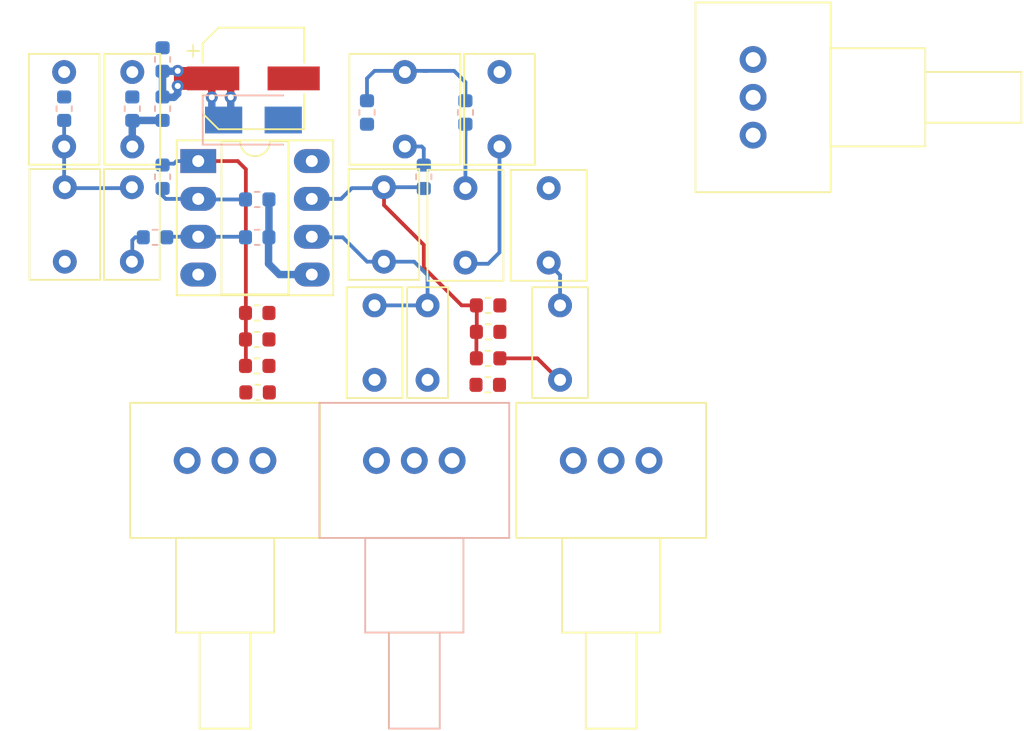
<source format=kicad_pcb>
(kicad_pcb (version 20171130) (host pcbnew "(6.0.0-rc1-dev-1267-gff668968f)")

  (general
    (thickness 1.6)
    (drawings 0)
    (tracks 102)
    (zones 0)
    (modules 38)
    (nets 28)
  )

  (page A4)
  (layers
    (0 F.Cu signal)
    (31 B.Cu signal)
    (32 B.Adhes user)
    (33 F.Adhes user)
    (34 B.Paste user)
    (35 F.Paste user)
    (36 B.SilkS user)
    (37 F.SilkS user)
    (38 B.Mask user)
    (39 F.Mask user)
    (40 Dwgs.User user)
    (41 Cmts.User user)
    (42 Eco1.User user)
    (43 Eco2.User user)
    (44 Edge.Cuts user)
    (45 Margin user)
    (46 B.CrtYd user)
    (47 F.CrtYd user)
    (48 B.Fab user)
    (49 F.Fab user)
  )

  (setup
    (last_trace_width 0.254)
    (user_trace_width 0.254)
    (user_trace_width 0.5)
    (user_trace_width 0.75)
    (user_trace_width 1)
    (trace_clearance 0.2)
    (zone_clearance 0.254)
    (zone_45_only no)
    (trace_min 0.2)
    (via_size 0.8)
    (via_drill 0.4)
    (via_min_size 0.4)
    (via_min_drill 0.3)
    (uvia_size 0.3)
    (uvia_drill 0.1)
    (uvias_allowed no)
    (uvia_min_size 0.2)
    (uvia_min_drill 0.1)
    (edge_width 0.05)
    (segment_width 0.2)
    (pcb_text_width 0.3)
    (pcb_text_size 1.5 1.5)
    (mod_edge_width 0.12)
    (mod_text_size 1 1)
    (mod_text_width 0.15)
    (pad_size 1.524 1.524)
    (pad_drill 0.762)
    (pad_to_mask_clearance 0.051)
    (solder_mask_min_width 0.25)
    (aux_axis_origin 0 0)
    (visible_elements FFFFFF7F)
    (pcbplotparams
      (layerselection 0x010fc_ffffffff)
      (usegerberextensions false)
      (usegerberattributes false)
      (usegerberadvancedattributes false)
      (creategerberjobfile false)
      (excludeedgelayer true)
      (linewidth 0.100000)
      (plotframeref false)
      (viasonmask false)
      (mode 1)
      (useauxorigin false)
      (hpglpennumber 1)
      (hpglpenspeed 20)
      (hpglpendiameter 15.000000)
      (psnegative false)
      (psa4output false)
      (plotreference true)
      (plotvalue true)
      (plotinvisibletext false)
      (padsonsilk false)
      (subtractmaskfromsilk false)
      (outputformat 1)
      (mirror false)
      (drillshape 1)
      (scaleselection 1)
      (outputdirectory ""))
  )

  (net 0 "")
  (net 1 GND)
  (net 2 "Net-(C1-Pad1)")
  (net 3 "Net-(C3-Pad1)")
  (net 4 "Net-(C4-Pad1)")
  (net 5 "Net-(C4-Pad2)")
  (net 6 "Net-(C5-Pad2)")
  (net 7 "Net-(C6-Pad2)")
  (net 8 "Net-(C6-Pad1)")
  (net 9 "Net-(C7-Pad2)")
  (net 10 "Net-(C8-Pad1)")
  (net 11 "Net-(C9-Pad1)")
  (net 12 "Net-(C9-Pad2)")
  (net 13 "Net-(C10-Pad1)")
  (net 14 "Net-(C10-Pad2)")
  (net 15 "Net-(C11-Pad1)")
  (net 16 VCC)
  (net 17 VDD)
  (net 18 "Net-(R2-Pad1)")
  (net 19 "Net-(R4-Pad1)")
  (net 20 "Net-(R5-Pad1)")
  (net 21 "Net-(R7-Pad2)")
  (net 22 "Net-(R8-Pad2)")
  (net 23 "Net-(R9-Pad2)")
  (net 24 "Net-(R10-Pad2)")
  (net 25 "Net-(R11-Pad1)")
  (net 26 "Net-(R12-Pad1)")
  (net 27 +9V)

  (net_class Default "This is the default net class."
    (clearance 0.2)
    (trace_width 0.25)
    (via_dia 0.8)
    (via_drill 0.4)
    (uvia_dia 0.3)
    (uvia_drill 0.1)
    (add_net +9V)
    (add_net GND)
    (add_net "Net-(C1-Pad1)")
    (add_net "Net-(C10-Pad1)")
    (add_net "Net-(C10-Pad2)")
    (add_net "Net-(C11-Pad1)")
    (add_net "Net-(C3-Pad1)")
    (add_net "Net-(C4-Pad1)")
    (add_net "Net-(C4-Pad2)")
    (add_net "Net-(C5-Pad2)")
    (add_net "Net-(C6-Pad1)")
    (add_net "Net-(C6-Pad2)")
    (add_net "Net-(C7-Pad2)")
    (add_net "Net-(C8-Pad1)")
    (add_net "Net-(C9-Pad1)")
    (add_net "Net-(C9-Pad2)")
    (add_net "Net-(R10-Pad2)")
    (add_net "Net-(R11-Pad1)")
    (add_net "Net-(R12-Pad1)")
    (add_net "Net-(R2-Pad1)")
    (add_net "Net-(R4-Pad1)")
    (add_net "Net-(R5-Pad1)")
    (add_net "Net-(R7-Pad2)")
    (add_net "Net-(R8-Pad2)")
    (add_net "Net-(R9-Pad2)")
    (add_net VCC)
    (add_net VDD)
  )

  (module JSO_Capacitor_THT:WIMA_FKP2J001001D00JSSD_100pF_P5.00_7.2x4.5x6.0mm (layer F.Cu) (tedit 5B761FDE) (tstamp 5C095491)
    (at 92.456 48.768 90)
    (descr "C, Rect series, Radial, pin pitch=5.00mm, , length*width=7.2*4.5mm^2, Capacitor, http://www.wima.com/EN/WIMA_FKS_2.pdf")
    (tags 100pF)
    (path /5C0A6CC8)
    (fp_text reference C1 (at 2.5 -3.5 90) (layer B.SilkS) hide
      (effects (font (size 1 1) (thickness 0.15)))
    )
    (fp_text value 100p (at 2.5 3.5 90) (layer F.Fab)
      (effects (font (size 1 1) (thickness 0.15)))
    )
    (fp_text user %R (at 2.5 0 90) (layer B.SilkS) hide
      (effects (font (size 1 1) (thickness 0.15)))
    )
    (fp_line (start 6.35 -2.5) (end -1.35 -2.5) (layer F.CrtYd) (width 0.05))
    (fp_line (start 6.35 2.5) (end 6.35 -2.5) (layer F.CrtYd) (width 0.05))
    (fp_line (start -1.35 2.5) (end 6.35 2.5) (layer F.CrtYd) (width 0.05))
    (fp_line (start -1.35 -2.5) (end -1.35 2.5) (layer F.CrtYd) (width 0.05))
    (fp_line (start 6.22 -2.37) (end 6.22 2.37) (layer F.SilkS) (width 0.12))
    (fp_line (start -1.22 -2.37) (end -1.22 2.37) (layer F.SilkS) (width 0.12))
    (fp_line (start -1.22 2.37) (end 6.22 2.37) (layer F.SilkS) (width 0.12))
    (fp_line (start -1.22 -2.37) (end 6.22 -2.37) (layer F.SilkS) (width 0.12))
    (fp_line (start 6.1 -2.25) (end -1.1 -2.25) (layer F.Fab) (width 0.1))
    (fp_line (start 6.1 2.25) (end 6.1 -2.25) (layer F.Fab) (width 0.1))
    (fp_line (start -1.1 2.25) (end 6.1 2.25) (layer F.Fab) (width 0.1))
    (fp_line (start -1.1 -2.25) (end -1.1 2.25) (layer F.Fab) (width 0.1))
    (pad 2 thru_hole circle (at 5 0 90) (size 1.6 1.6) (drill 0.8) (layers *.Cu *.Mask)
      (net 1 GND))
    (pad 1 thru_hole circle (at 0 0 90) (size 1.6 1.6) (drill 0.8) (layers *.Cu *.Mask)
      (net 2 "Net-(C1-Pad1)"))
    (model ${KICAD_MY3DMODELS}/JSO_Capacitor_THT/WIMA_FKP2J001001D00JSSD.step
      (offset (xyz 0.4 0 0))
      (scale (xyz 1 1 1))
      (rotate (xyz -90 0 0))
    )
  )

  (module JSO_Capacitor_THT:WIMA_FKP2J001001D00JSSD_100pF_P5.00_7.2x4.5x6.0mm (layer F.Cu) (tedit 5B761FDE) (tstamp 5C0954A4)
    (at 92.5 51.5 270)
    (descr "C, Rect series, Radial, pin pitch=5.00mm, , length*width=7.2*4.5mm^2, Capacitor, http://www.wima.com/EN/WIMA_FKS_2.pdf")
    (tags 100pF)
    (path /5BE07BF1)
    (fp_text reference C2 (at 2.5 -3.5 270) (layer B.SilkS) hide
      (effects (font (size 1 1) (thickness 0.15)))
    )
    (fp_text value 100p (at 2.5 3.5 270) (layer F.Fab)
      (effects (font (size 1 1) (thickness 0.15)))
    )
    (fp_line (start -1.1 -2.25) (end -1.1 2.25) (layer F.Fab) (width 0.1))
    (fp_line (start -1.1 2.25) (end 6.1 2.25) (layer F.Fab) (width 0.1))
    (fp_line (start 6.1 2.25) (end 6.1 -2.25) (layer F.Fab) (width 0.1))
    (fp_line (start 6.1 -2.25) (end -1.1 -2.25) (layer F.Fab) (width 0.1))
    (fp_line (start -1.22 -2.37) (end 6.22 -2.37) (layer F.SilkS) (width 0.12))
    (fp_line (start -1.22 2.37) (end 6.22 2.37) (layer F.SilkS) (width 0.12))
    (fp_line (start -1.22 -2.37) (end -1.22 2.37) (layer F.SilkS) (width 0.12))
    (fp_line (start 6.22 -2.37) (end 6.22 2.37) (layer F.SilkS) (width 0.12))
    (fp_line (start -1.35 -2.5) (end -1.35 2.5) (layer F.CrtYd) (width 0.05))
    (fp_line (start -1.35 2.5) (end 6.35 2.5) (layer F.CrtYd) (width 0.05))
    (fp_line (start 6.35 2.5) (end 6.35 -2.5) (layer F.CrtYd) (width 0.05))
    (fp_line (start 6.35 -2.5) (end -1.35 -2.5) (layer F.CrtYd) (width 0.05))
    (fp_text user %R (at 2.5 0 270) (layer B.SilkS) hide
      (effects (font (size 1 1) (thickness 0.15)))
    )
    (pad 1 thru_hole circle (at 0 0 270) (size 1.6 1.6) (drill 0.8) (layers *.Cu *.Mask)
      (net 2 "Net-(C1-Pad1)"))
    (pad 2 thru_hole circle (at 5 0 270) (size 1.6 1.6) (drill 0.8) (layers *.Cu *.Mask)
      (net 1 GND))
    (model ${KICAD_MY3DMODELS}/JSO_Capacitor_THT/WIMA_FKP2J001001D00JSSD.step
      (offset (xyz 0.4 0 0))
      (scale (xyz 1 1 1))
      (rotate (xyz -90 0 0))
    )
  )

  (module JSO_Capacitor_THT:WIMA_MKS2F026801C00KSSD_68nF_P5.00_7.2x3.5x8.5mm (layer F.Cu) (tedit 5B768552) (tstamp 5C0954B7)
    (at 97 56.5 90)
    (descr "C, Rect series, Radial, pin pitch=5.00mm, , length*width=7.2*3.5mm^2, Capacitor, http://www.wima.com/EN/WIMA_FKS_2.pdf")
    (tags "C Rect series Radial pin pitch 5.00mm  length 7.2mm width 3.5mm Capacitor")
    (path /5BE07F71)
    (fp_text reference C3 (at 2.5 -3 90) (layer B.SilkS) hide
      (effects (font (size 1 1) (thickness 0.15)))
    )
    (fp_text value 68n (at 2.5 3 90) (layer F.Fab)
      (effects (font (size 1 1) (thickness 0.15)))
    )
    (fp_line (start -1.1 -1.75) (end -1.1 1.75) (layer F.Fab) (width 0.1))
    (fp_line (start -1.1 1.75) (end 6.1 1.75) (layer F.Fab) (width 0.1))
    (fp_line (start 6.1 1.75) (end 6.1 -1.75) (layer F.Fab) (width 0.1))
    (fp_line (start 6.1 -1.75) (end -1.1 -1.75) (layer F.Fab) (width 0.1))
    (fp_line (start -1.22 -1.87) (end 6.22 -1.87) (layer F.SilkS) (width 0.12))
    (fp_line (start -1.22 1.87) (end 6.22 1.87) (layer F.SilkS) (width 0.12))
    (fp_line (start -1.22 -1.87) (end -1.22 1.87) (layer F.SilkS) (width 0.12))
    (fp_line (start 6.22 -1.87) (end 6.22 1.87) (layer F.SilkS) (width 0.12))
    (fp_line (start -1.35 -2) (end -1.35 2) (layer F.CrtYd) (width 0.05))
    (fp_line (start -1.35 2) (end 6.35 2) (layer F.CrtYd) (width 0.05))
    (fp_line (start 6.35 2) (end 6.35 -2) (layer F.CrtYd) (width 0.05))
    (fp_line (start 6.35 -2) (end -1.35 -2) (layer F.CrtYd) (width 0.05))
    (fp_text user %R (at 2.5 0 90) (layer B.SilkS) hide
      (effects (font (size 1 1) (thickness 0.15)))
    )
    (pad 1 thru_hole circle (at 0 0 90) (size 1.6 1.6) (drill 0.8) (layers *.Cu *.Mask)
      (net 3 "Net-(C3-Pad1)"))
    (pad 2 thru_hole circle (at 5 0 90) (size 1.6 1.6) (drill 0.8) (layers *.Cu *.Mask)
      (net 2 "Net-(C1-Pad1)"))
    (model ${KICAD_MY3DMODELS}/JSO_Capacitor_THT/WIMA_MKS2F026801C00KSSD.step
      (offset (xyz 0.35 0 0))
      (scale (xyz 1 1.1333 1.1667))
      (rotate (xyz -90 0 0))
    )
  )

  (module JSO_Capacitor_THT:WIMA_FKS2G021001C00KSSD_10nF_P5.00_7.2x3.5x8.5mm (layer F.Cu) (tedit 5B761EDE) (tstamp 5C0954CA)
    (at 113.284 59.436 270)
    (descr "C, Rect series, Radial, pin pitch=5.00mm, , length*width=7.2*3.5mm^2, Capacitor, http://www.wima.com/EN/WIMA_FKS_2.pdf")
    (tags "C Rect series Radial pin pitch 5.00mm  length 7.2mm width 3.5mm Capacitor")
    (path /5BEC3003)
    (fp_text reference C4 (at 2.5 -3 270) (layer B.SilkS) hide
      (effects (font (size 1 1) (thickness 0.15)))
    )
    (fp_text value 10n (at 2.5 3 270) (layer F.Fab)
      (effects (font (size 1 1) (thickness 0.15)))
    )
    (fp_line (start -1.1 -1.75) (end -1.1 1.75) (layer F.Fab) (width 0.1))
    (fp_line (start -1.1 1.75) (end 6.1 1.75) (layer F.Fab) (width 0.1))
    (fp_line (start 6.1 1.75) (end 6.1 -1.75) (layer F.Fab) (width 0.1))
    (fp_line (start 6.1 -1.75) (end -1.1 -1.75) (layer F.Fab) (width 0.1))
    (fp_line (start -1.22 -1.87) (end 6.22 -1.87) (layer F.SilkS) (width 0.12))
    (fp_line (start -1.22 1.87) (end 6.22 1.87) (layer F.SilkS) (width 0.12))
    (fp_line (start -1.22 -1.87) (end -1.22 1.87) (layer F.SilkS) (width 0.12))
    (fp_line (start 6.22 -1.87) (end 6.22 1.87) (layer F.SilkS) (width 0.12))
    (fp_line (start -1.35 -2) (end -1.35 2) (layer F.CrtYd) (width 0.05))
    (fp_line (start -1.35 2) (end 6.35 2) (layer F.CrtYd) (width 0.05))
    (fp_line (start 6.35 2) (end 6.35 -2) (layer F.CrtYd) (width 0.05))
    (fp_line (start 6.35 -2) (end -1.35 -2) (layer F.CrtYd) (width 0.05))
    (fp_text user %R (at 2.5 0 270) (layer B.SilkS) hide
      (effects (font (size 1 1) (thickness 0.15)))
    )
    (pad 1 thru_hole circle (at 0 0 270) (size 1.6 1.6) (drill 0.8) (layers *.Cu *.Mask)
      (net 4 "Net-(C4-Pad1)"))
    (pad 2 thru_hole circle (at 5 0 270) (size 1.6 1.6) (drill 0.8) (layers *.Cu *.Mask)
      (net 5 "Net-(C4-Pad2)"))
    (model ${KICAD_MY3DMODELS}/JSO_Capacitor_THT/WIMA_FKS2G021001C00KSSD.step
      (offset (xyz 0.35 0 0))
      (scale (xyz 1 1.1333 1.1667))
      (rotate (xyz -90 0 0))
    )
  )

  (module JSO_Capacitor_THT:WIMA_MKS2F022201A00KSSD_22nF_P5.00_7.2x2.5x6.5mm (layer F.Cu) (tedit 5B7683E4) (tstamp 5C0954DD)
    (at 116.84 59.436 270)
    (descr "C, Rect series, Radial, pin pitch=5.00mm, , length*width=7.2*2.5mm^2, Capacitor, http://www.wima.com/EN/WIMA_FKS_2.pdf")
    (tags "C Rect series Radial pin pitch 5.00mm  length 7.2mm width 2.5mm Capacitor")
    (path /5BEC2FF5)
    (fp_text reference C5 (at 2.5 -2.5 270) (layer B.SilkS) hide
      (effects (font (size 1 1) (thickness 0.15)))
    )
    (fp_text value 22n (at 2.5 2.5 270) (layer F.Fab)
      (effects (font (size 1 1) (thickness 0.15)))
    )
    (fp_line (start -1.1 -1.25) (end -1.1 1.25) (layer F.Fab) (width 0.1))
    (fp_line (start -1.1 1.25) (end 6.1 1.25) (layer F.Fab) (width 0.1))
    (fp_line (start 6.1 1.25) (end 6.1 -1.25) (layer F.Fab) (width 0.1))
    (fp_line (start 6.1 -1.25) (end -1.1 -1.25) (layer F.Fab) (width 0.1))
    (fp_line (start -1.22 -1.37) (end 6.22 -1.37) (layer F.SilkS) (width 0.12))
    (fp_line (start -1.22 1.37) (end 6.22 1.37) (layer F.SilkS) (width 0.12))
    (fp_line (start -1.22 -1.37) (end -1.22 1.37) (layer F.SilkS) (width 0.12))
    (fp_line (start 6.22 -1.37) (end 6.22 1.37) (layer F.SilkS) (width 0.12))
    (fp_line (start -1.35 -1.5) (end -1.35 1.5) (layer F.CrtYd) (width 0.05))
    (fp_line (start -1.35 1.5) (end 6.35 1.5) (layer F.CrtYd) (width 0.05))
    (fp_line (start 6.35 1.5) (end 6.35 -1.5) (layer F.CrtYd) (width 0.05))
    (fp_line (start 6.35 -1.5) (end -1.35 -1.5) (layer F.CrtYd) (width 0.05))
    (fp_text user %R (at 2.5 0 270) (layer B.SilkS) hide
      (effects (font (size 1 1) (thickness 0.15)))
    )
    (pad 1 thru_hole circle (at 0 0 270) (size 1.6 1.6) (drill 0.8) (layers *.Cu *.Mask)
      (net 4 "Net-(C4-Pad1)"))
    (pad 2 thru_hole circle (at 5 0 270) (size 1.6 1.6) (drill 0.8) (layers *.Cu *.Mask)
      (net 6 "Net-(C5-Pad2)"))
    (model ${KICAD_MY3DMODELS}/JSO_Capacitor_THT/WIMA_MKS2F022201A00KSSD.step
      (offset (xyz 0.35 0 0))
      (scale (xyz 1 1 1))
      (rotate (xyz -90 0 0))
    )
  )

  (module JSO_Capacitor_THT:WIMA_MKS2C041001F00KSSD_1.0uF_P5.00_7.2x5.0x10.0mm (layer F.Cu) (tedit 5B768BDF) (tstamp 5C0954F0)
    (at 124.968 56.562 90)
    (descr "C, Rect series, Radial, pin pitch=5.00mm, , length*width=7.2*5.5mm^2, Capacitor, http://www.wima.com/EN/WIMA_FKS_2.pdf")
    (tags "C Rect series Radial pin pitch 5.00mm  length 7.2mm width 5.5mm Capacitor")
    (path /5BEC3010)
    (fp_text reference C6 (at 2.5 -4 90) (layer B.SilkS) hide
      (effects (font (size 1 1) (thickness 0.15)))
    )
    (fp_text value 1µ (at 2.5 4 90) (layer F.Fab)
      (effects (font (size 1 1) (thickness 0.15)))
    )
    (fp_text user %R (at 2.5 0 90) (layer B.SilkS) hide
      (effects (font (size 1 1) (thickness 0.15)))
    )
    (fp_line (start 6.35 -2.75) (end -1.35 -2.75) (layer F.CrtYd) (width 0.05))
    (fp_line (start 6.35 2.75) (end 6.35 -2.75) (layer F.CrtYd) (width 0.05))
    (fp_line (start -1.35 2.75) (end 6.35 2.75) (layer F.CrtYd) (width 0.05))
    (fp_line (start -1.35 -2.75) (end -1.35 2.75) (layer F.CrtYd) (width 0.05))
    (fp_line (start 6.22 -2.55) (end 6.22 2.55) (layer F.SilkS) (width 0.12))
    (fp_line (start -1.22 -2.55) (end -1.22 2.55) (layer F.SilkS) (width 0.12))
    (fp_line (start -1.22 2.55) (end 6.22 2.55) (layer F.SilkS) (width 0.12))
    (fp_line (start -1.22 -2.55) (end 6.22 -2.55) (layer F.SilkS) (width 0.12))
    (fp_line (start 6.1 -2.5) (end -1.1 -2.5) (layer F.Fab) (width 0.1))
    (fp_line (start 6.1 2.5) (end 6.1 -2.5) (layer F.Fab) (width 0.1))
    (fp_line (start -1.1 2.5) (end 6.1 2.5) (layer F.Fab) (width 0.1))
    (fp_line (start -1.1 -2.5) (end -1.1 2.5) (layer F.Fab) (width 0.1))
    (pad 2 thru_hole circle (at 5 0 90) (size 1.6 1.6) (drill 0.8) (layers *.Cu *.Mask)
      (net 7 "Net-(C6-Pad2)"))
    (pad 1 thru_hole circle (at 0 0 90) (size 1.6 1.6) (drill 0.8) (layers *.Cu *.Mask)
      (net 8 "Net-(C6-Pad1)"))
    (model ${KICAD_MY3DMODELS}/JSO_Capacitor_THT/WIMA_MKS2C041001F00KSSD.step
      (offset (xyz 0.35 0 0))
      (scale (xyz 1 1 1))
      (rotate (xyz -90 0 0))
    )
  )

  (module JSO_Capacitor_THT:WIMA_MKS2F023301C00KSSD_33nF_P5.00_7.2x3.5x8.5mm (layer F.Cu) (tedit 5B768472) (tstamp 5C095503)
    (at 125.73 59.436 270)
    (descr "C, Rect series, Radial, pin pitch=5.00mm, , length*width=7.2*3.5mm^2, Capacitor, http://www.wima.com/EN/WIMA_FKS_2.pdf")
    (tags "C Rect series Radial pin pitch 5.00mm  length 7.2mm width 3.5mm Capacitor")
    (path /5BEC3035)
    (fp_text reference C7 (at 2.5 -3 270) (layer B.SilkS) hide
      (effects (font (size 1 1) (thickness 0.15)))
    )
    (fp_text value 33n (at 2.5 3 270) (layer F.Fab)
      (effects (font (size 1 1) (thickness 0.15)))
    )
    (fp_line (start -1.1 -1.75) (end -1.1 1.75) (layer F.Fab) (width 0.1))
    (fp_line (start -1.1 1.75) (end 6.1 1.75) (layer F.Fab) (width 0.1))
    (fp_line (start 6.1 1.75) (end 6.1 -1.75) (layer F.Fab) (width 0.1))
    (fp_line (start 6.1 -1.75) (end -1.1 -1.75) (layer F.Fab) (width 0.1))
    (fp_line (start -1.22 -1.87) (end 6.22 -1.87) (layer F.SilkS) (width 0.12))
    (fp_line (start -1.22 1.87) (end 6.22 1.87) (layer F.SilkS) (width 0.12))
    (fp_line (start -1.22 -1.87) (end -1.22 1.87) (layer F.SilkS) (width 0.12))
    (fp_line (start 6.22 -1.87) (end 6.22 1.87) (layer F.SilkS) (width 0.12))
    (fp_line (start -1.35 -2) (end -1.35 2) (layer F.CrtYd) (width 0.05))
    (fp_line (start -1.35 2) (end 6.35 2) (layer F.CrtYd) (width 0.05))
    (fp_line (start 6.35 2) (end 6.35 -2) (layer F.CrtYd) (width 0.05))
    (fp_line (start 6.35 -2) (end -1.35 -2) (layer F.CrtYd) (width 0.05))
    (fp_text user %R (at 2.5 0 270) (layer B.SilkS) hide
      (effects (font (size 1 1) (thickness 0.15)))
    )
    (pad 1 thru_hole circle (at 0 0 270) (size 1.6 1.6) (drill 0.8) (layers *.Cu *.Mask)
      (net 8 "Net-(C6-Pad1)"))
    (pad 2 thru_hole circle (at 5 0 270) (size 1.6 1.6) (drill 0.8) (layers *.Cu *.Mask)
      (net 9 "Net-(C7-Pad2)"))
    (model ${KICAD_MY3DMODELS}/JSO_Capacitor_THT/WIMA_MKS2F023301C00KSSD.step
      (offset (xyz 0.35 0 0))
      (scale (xyz 1 1.1333 1.1667))
      (rotate (xyz -90 0 0))
    )
  )

  (module JSO_Capacitor_THT:WIMA_FKP2J004701D00JSSD_470pF_P5.00_7.2x4.5x6.0mm (layer F.Cu) (tedit 5B76204D) (tstamp 5C09E8B4)
    (at 113.912 51.5 270)
    (descr "C, Rect series, Radial, pin pitch=5.00mm, , length*width=7.2*4.5mm^2, Capacitor, http://www.wima.com/EN/WIMA_FKS_2.pdf")
    (tags 470pF)
    (path /5BE1EF1B)
    (fp_text reference C8 (at 2.5 -3.5 270) (layer B.SilkS) hide
      (effects (font (size 1 1) (thickness 0.15)))
    )
    (fp_text value 470p (at 2.5 3.5 270) (layer F.Fab)
      (effects (font (size 1 1) (thickness 0.15)))
    )
    (fp_line (start -1.1 -2.25) (end -1.1 2.25) (layer F.Fab) (width 0.1))
    (fp_line (start -1.1 2.25) (end 6.1 2.25) (layer F.Fab) (width 0.1))
    (fp_line (start 6.1 2.25) (end 6.1 -2.25) (layer F.Fab) (width 0.1))
    (fp_line (start 6.1 -2.25) (end -1.1 -2.25) (layer F.Fab) (width 0.1))
    (fp_line (start -1.22 -2.37) (end 6.22 -2.37) (layer F.SilkS) (width 0.12))
    (fp_line (start -1.22 2.37) (end 6.22 2.37) (layer F.SilkS) (width 0.12))
    (fp_line (start -1.22 -2.37) (end -1.22 2.37) (layer F.SilkS) (width 0.12))
    (fp_line (start 6.22 -2.37) (end 6.22 2.37) (layer F.SilkS) (width 0.12))
    (fp_line (start -1.35 -2.5) (end -1.35 2.5) (layer F.CrtYd) (width 0.05))
    (fp_line (start -1.35 2.5) (end 6.35 2.5) (layer F.CrtYd) (width 0.05))
    (fp_line (start 6.35 2.5) (end 6.35 -2.5) (layer F.CrtYd) (width 0.05))
    (fp_line (start 6.35 -2.5) (end -1.35 -2.5) (layer F.CrtYd) (width 0.05))
    (fp_text user %R (at 2.5 0 270) (layer B.SilkS) hide
      (effects (font (size 1 1) (thickness 0.15)))
    )
    (pad 1 thru_hole circle (at 0 0 270) (size 1.6 1.6) (drill 0.8) (layers *.Cu *.Mask)
      (net 10 "Net-(C8-Pad1)"))
    (pad 2 thru_hole circle (at 5 0 270) (size 1.6 1.6) (drill 0.8) (layers *.Cu *.Mask)
      (net 4 "Net-(C4-Pad1)"))
    (model ${KICAD_MY3DMODELS}/JSO_Capacitor_THT/WIMA_FKP2J004701D00JSSD.step
      (offset (xyz 0.4 0 0))
      (scale (xyz 1 1 1))
      (rotate (xyz -90 0 0))
    )
  )

  (module JSO_Capacitor_THT:WIMA_MKS2C042201K00KSSD_2.2uF_P5.00_7.2x7.2x13.0mm (layer F.Cu) (tedit 5B768BB6) (tstamp 5C095529)
    (at 115.316 48.768 90)
    (descr "C, Rect series, Radial, pin pitch=5.00mm, , length*width=7.2*7.2mm^2, Capacitor, http://www.wima.com/EN/WIMA_FKS_2.pdf")
    (tags "C Rect series Radial pin pitch 5.00mm  length 7.2mm width 7.2mm Capacitor")
    (path /5BE6A5EA)
    (fp_text reference C9 (at 2.5 -4.85 90) (layer B.SilkS) hide
      (effects (font (size 1 1) (thickness 0.15)))
    )
    (fp_text value 2µ2 (at 2.5 4.85 90) (layer F.Fab)
      (effects (font (size 1 1) (thickness 0.15)))
    )
    (fp_line (start -1.1 -3.6) (end -1.1 3.6) (layer F.Fab) (width 0.1))
    (fp_line (start -1.1 3.6) (end 6.1 3.6) (layer F.Fab) (width 0.1))
    (fp_line (start 6.1 3.6) (end 6.1 -3.6) (layer F.Fab) (width 0.1))
    (fp_line (start 6.1 -3.6) (end -1.1 -3.6) (layer F.Fab) (width 0.1))
    (fp_line (start -1.22 -3.72) (end 6.22 -3.72) (layer F.SilkS) (width 0.12))
    (fp_line (start -1.22 3.72) (end 6.22 3.72) (layer F.SilkS) (width 0.12))
    (fp_line (start -1.22 -3.72) (end -1.22 3.72) (layer F.SilkS) (width 0.12))
    (fp_line (start 6.22 -3.72) (end 6.22 3.72) (layer F.SilkS) (width 0.12))
    (fp_line (start -1.35 -3.85) (end -1.35 3.85) (layer F.CrtYd) (width 0.05))
    (fp_line (start -1.35 3.85) (end 6.35 3.85) (layer F.CrtYd) (width 0.05))
    (fp_line (start 6.35 3.85) (end 6.35 -3.85) (layer F.CrtYd) (width 0.05))
    (fp_line (start 6.35 -3.85) (end -1.35 -3.85) (layer F.CrtYd) (width 0.05))
    (fp_text user %R (at 2.5 0 90) (layer B.SilkS) hide
      (effects (font (size 1 1) (thickness 0.15)))
    )
    (pad 1 thru_hole circle (at 0 0 90) (size 1.6 1.6) (drill 0.8) (layers *.Cu *.Mask)
      (net 11 "Net-(C9-Pad1)"))
    (pad 2 thru_hole circle (at 5 0 90) (size 1.6 1.6) (drill 0.8) (layers *.Cu *.Mask)
      (net 12 "Net-(C9-Pad2)"))
    (model ${KICAD_MY3DMODELS}/JSO_Capacitor_THT/WIMA_MKS2C042201K00KSSD.step
      (offset (xyz 0.35 0 0))
      (scale (xyz 1 1 1))
      (rotate (xyz -90 0 0))
    )
  )

  (module JSO_Capacitor_THT:WIMA_MKS2C041001F00KSSD_1.0uF_P5.00_7.2x5.0x10.0mm (layer F.Cu) (tedit 5B768BDF) (tstamp 5C09553C)
    (at 119.38 51.562 270)
    (descr "C, Rect series, Radial, pin pitch=5.00mm, , length*width=7.2*5.5mm^2, Capacitor, http://www.wima.com/EN/WIMA_FKS_2.pdf")
    (tags "C Rect series Radial pin pitch 5.00mm  length 7.2mm width 5.5mm Capacitor")
    (path /5BE7B605)
    (fp_text reference C10 (at 2.5 -4 270) (layer B.SilkS) hide
      (effects (font (size 1 1) (thickness 0.15)))
    )
    (fp_text value 1µ (at 2.5 4 270) (layer F.Fab)
      (effects (font (size 1 1) (thickness 0.15)))
    )
    (fp_line (start -1.1 -2.5) (end -1.1 2.5) (layer F.Fab) (width 0.1))
    (fp_line (start -1.1 2.5) (end 6.1 2.5) (layer F.Fab) (width 0.1))
    (fp_line (start 6.1 2.5) (end 6.1 -2.5) (layer F.Fab) (width 0.1))
    (fp_line (start 6.1 -2.5) (end -1.1 -2.5) (layer F.Fab) (width 0.1))
    (fp_line (start -1.22 -2.55) (end 6.22 -2.55) (layer F.SilkS) (width 0.12))
    (fp_line (start -1.22 2.55) (end 6.22 2.55) (layer F.SilkS) (width 0.12))
    (fp_line (start -1.22 -2.55) (end -1.22 2.55) (layer F.SilkS) (width 0.12))
    (fp_line (start 6.22 -2.55) (end 6.22 2.55) (layer F.SilkS) (width 0.12))
    (fp_line (start -1.35 -2.75) (end -1.35 2.75) (layer F.CrtYd) (width 0.05))
    (fp_line (start -1.35 2.75) (end 6.35 2.75) (layer F.CrtYd) (width 0.05))
    (fp_line (start 6.35 2.75) (end 6.35 -2.75) (layer F.CrtYd) (width 0.05))
    (fp_line (start 6.35 -2.75) (end -1.35 -2.75) (layer F.CrtYd) (width 0.05))
    (fp_text user %R (at 2.5 0 270) (layer B.SilkS) hide
      (effects (font (size 1 1) (thickness 0.15)))
    )
    (pad 1 thru_hole circle (at 0 0 270) (size 1.6 1.6) (drill 0.8) (layers *.Cu *.Mask)
      (net 13 "Net-(C10-Pad1)"))
    (pad 2 thru_hole circle (at 5 0 270) (size 1.6 1.6) (drill 0.8) (layers *.Cu *.Mask)
      (net 14 "Net-(C10-Pad2)"))
    (model ${KICAD_MY3DMODELS}/JSO_Capacitor_THT/WIMA_MKS2C041001F00KSSD.step
      (offset (xyz 0.35 0 0))
      (scale (xyz 1 1 1))
      (rotate (xyz -90 0 0))
    )
  )

  (module JSO_Capacitor_THT:WIMA_MKS2F031001E00KSSD_100nF_P5.00_7.2x4.5x9.5 (layer F.Cu) (tedit 5B7685C8) (tstamp 5C09554F)
    (at 121.666 43.768 270)
    (descr "C, Rect series, Radial, pin pitch=5.00mm, , length*width=7.2*4.5mm^2, Capacitor, http://www.wima.com/EN/WIMA_FKS_2.pdf")
    (tags "C Rect series Radial pin pitch 5.00mm  length 7.2mm width 4.5mm Capacitor")
    (path /5BE5541C)
    (fp_text reference C11 (at 2.5 -3.5 270) (layer B.SilkS) hide
      (effects (font (size 1 1) (thickness 0.15)))
    )
    (fp_text value 100n (at 2.5 3.5 270) (layer F.Fab)
      (effects (font (size 1 1) (thickness 0.15)))
    )
    (fp_line (start -1.1 -2.25) (end -1.1 2.25) (layer F.Fab) (width 0.1))
    (fp_line (start -1.1 2.25) (end 6.1 2.25) (layer F.Fab) (width 0.1))
    (fp_line (start 6.1 2.25) (end 6.1 -2.25) (layer F.Fab) (width 0.1))
    (fp_line (start 6.1 -2.25) (end -1.1 -2.25) (layer F.Fab) (width 0.1))
    (fp_line (start -1.22 -2.37) (end 6.22 -2.37) (layer F.SilkS) (width 0.12))
    (fp_line (start -1.22 2.37) (end 6.22 2.37) (layer F.SilkS) (width 0.12))
    (fp_line (start -1.22 -2.37) (end -1.22 2.37) (layer F.SilkS) (width 0.12))
    (fp_line (start 6.22 -2.37) (end 6.22 2.37) (layer F.SilkS) (width 0.12))
    (fp_line (start -1.35 -2.5) (end -1.35 2.5) (layer F.CrtYd) (width 0.05))
    (fp_line (start -1.35 2.5) (end 6.35 2.5) (layer F.CrtYd) (width 0.05))
    (fp_line (start 6.35 2.5) (end 6.35 -2.5) (layer F.CrtYd) (width 0.05))
    (fp_line (start 6.35 -2.5) (end -1.35 -2.5) (layer F.CrtYd) (width 0.05))
    (fp_text user %R (at 2.5 0 270) (layer B.SilkS) hide
      (effects (font (size 1 1) (thickness 0.15)))
    )
    (pad 1 thru_hole circle (at 0 0 270) (size 1.6 1.6) (drill 0.8) (layers *.Cu *.Mask)
      (net 15 "Net-(C11-Pad1)"))
    (pad 2 thru_hole circle (at 5 0 270) (size 1.6 1.6) (drill 0.8) (layers *.Cu *.Mask)
      (net 14 "Net-(C10-Pad2)"))
    (model ${KICAD_MY3DMODELS}/JSO_Capacitor_THT/WIMA_MKS2F031001E00KSSD.step
      (offset (xyz 0.35 0 0))
      (scale (xyz 1 1 1))
      (rotate (xyz -90 0 0))
    )
  )

  (module JSO_Capacitor_SMD:Nichicon_UWT1E101MCL1GB_100uF_6.3x7.7 (layer F.Cu) (tedit 5BA140C9) (tstamp 5C095577)
    (at 105.156 44.196)
    (descr "SMT capacitor, aluminium electrolytic, 6.3x7.7, Nichicon ")
    (tags "Capacitor Electrolytic")
    (path /5BE5AE2D)
    (attr smd)
    (fp_text reference C12 (at 0 -4.35) (layer F.SilkS) hide
      (effects (font (size 1 1) (thickness 0.15)))
    )
    (fp_text value 100µ (at 0 4.35) (layer F.Fab)
      (effects (font (size 1 1) (thickness 0.15)))
    )
    (fp_circle (center 0 0) (end 3.15 0) (layer F.Fab) (width 0.1))
    (fp_line (start 3.3 -3.3) (end 3.3 3.3) (layer F.Fab) (width 0.1))
    (fp_line (start -2.3 -3.3) (end 3.3 -3.3) (layer F.Fab) (width 0.1))
    (fp_line (start -2.3 3.3) (end 3.3 3.3) (layer F.Fab) (width 0.1))
    (fp_line (start -3.3 -2.3) (end -3.3 2.3) (layer F.Fab) (width 0.1))
    (fp_line (start -3.3 -2.3) (end -2.3 -3.3) (layer F.Fab) (width 0.1))
    (fp_line (start -3.3 2.3) (end -2.3 3.3) (layer F.Fab) (width 0.1))
    (fp_line (start -2.704838 -1.33) (end -2.074838 -1.33) (layer F.Fab) (width 0.1))
    (fp_line (start -2.389838 -1.645) (end -2.389838 -1.015) (layer F.Fab) (width 0.1))
    (fp_line (start 3.41 3.41) (end 3.41 1.06) (layer F.SilkS) (width 0.12))
    (fp_line (start 3.41 -3.41) (end 3.41 -1.06) (layer F.SilkS) (width 0.12))
    (fp_line (start -2.345563 -3.41) (end 3.41 -3.41) (layer F.SilkS) (width 0.12))
    (fp_line (start -2.345563 3.41) (end 3.41 3.41) (layer F.SilkS) (width 0.12))
    (fp_line (start -3.41 2.345563) (end -3.41 1.06) (layer F.SilkS) (width 0.12))
    (fp_line (start -3.41 -2.345563) (end -3.41 -1.06) (layer F.SilkS) (width 0.12))
    (fp_line (start -3.41 -2.345563) (end -2.345563 -3.41) (layer F.SilkS) (width 0.12))
    (fp_line (start -3.41 2.345563) (end -2.345563 3.41) (layer F.SilkS) (width 0.12))
    (fp_line (start -4.4375 -1.8475) (end -3.65 -1.8475) (layer F.SilkS) (width 0.12))
    (fp_line (start -4.04375 -2.24125) (end -4.04375 -1.45375) (layer F.SilkS) (width 0.12))
    (fp_line (start 3.55 -3.55) (end 3.55 -1.05) (layer F.CrtYd) (width 0.05))
    (fp_line (start 3.55 -1.05) (end 4.7 -1.05) (layer F.CrtYd) (width 0.05))
    (fp_line (start 4.7 -1.05) (end 4.7 1.05) (layer F.CrtYd) (width 0.05))
    (fp_line (start 4.7 1.05) (end 3.55 1.05) (layer F.CrtYd) (width 0.05))
    (fp_line (start 3.55 1.05) (end 3.55 3.55) (layer F.CrtYd) (width 0.05))
    (fp_line (start -2.4 3.55) (end 3.55 3.55) (layer F.CrtYd) (width 0.05))
    (fp_line (start -2.4 -3.55) (end 3.55 -3.55) (layer F.CrtYd) (width 0.05))
    (fp_line (start -3.55 2.4) (end -2.4 3.55) (layer F.CrtYd) (width 0.05))
    (fp_line (start -3.55 -2.4) (end -2.4 -3.55) (layer F.CrtYd) (width 0.05))
    (fp_line (start -3.55 -2.4) (end -3.55 -1.05) (layer F.CrtYd) (width 0.05))
    (fp_line (start -3.55 1.05) (end -3.55 2.4) (layer F.CrtYd) (width 0.05))
    (fp_line (start -3.55 -1.05) (end -4.7 -1.05) (layer F.CrtYd) (width 0.05))
    (fp_line (start -4.7 -1.05) (end -4.7 1.05) (layer F.CrtYd) (width 0.05))
    (fp_line (start -4.7 1.05) (end -3.55 1.05) (layer F.CrtYd) (width 0.05))
    (fp_text user %R (at 0 0) (layer F.SilkS) hide
      (effects (font (size 1 1) (thickness 0.15)))
    )
    (pad 1 smd rect (at -2.7 0) (size 3.5 1.6) (layers F.Cu F.Paste F.Mask)
      (net 16 VCC))
    (pad 2 smd rect (at 2.7 0) (size 3.5 1.6) (layers F.Cu F.Paste F.Mask)
      (net 1 GND))
    (model ${KISYS3DMOD}/Capacitor_SMD.3dshapes/CP_Elec_6.3x7.7.wrl
      (at (xyz 0 0 0))
      (scale (xyz 1 1 1))
      (rotate (xyz 0 0 180))
    )
  )

  (module JSO_Capacitor_THT:WIMA_MKS2F024701C00KSSD_47nF_P5.00_7.2x3.5x8.5mm (layer F.Cu) (tedit 5B7684F2) (tstamp 5C09558A)
    (at 97.028 48.768 90)
    (descr "C, Rect series, Radial, pin pitch=5.00mm, , length*width=7.2*3.5mm^2, Capacitor, http://www.wima.com/EN/WIMA_FKS_2.pdf")
    (tags "C Rect series Radial pin pitch 5.00mm  length 7.2mm width 3.5mm Capacitor")
    (path /5BE66CDC)
    (fp_text reference C13 (at 2.5 -3 90) (layer B.SilkS) hide
      (effects (font (size 1 1) (thickness 0.15)))
    )
    (fp_text value 47n (at 2.5 3 90) (layer F.Fab)
      (effects (font (size 1 1) (thickness 0.15)))
    )
    (fp_line (start -1.1 -1.75) (end -1.1 1.75) (layer F.Fab) (width 0.1))
    (fp_line (start -1.1 1.75) (end 6.1 1.75) (layer F.Fab) (width 0.1))
    (fp_line (start 6.1 1.75) (end 6.1 -1.75) (layer F.Fab) (width 0.1))
    (fp_line (start 6.1 -1.75) (end -1.1 -1.75) (layer F.Fab) (width 0.1))
    (fp_line (start -1.22 -1.87) (end 6.22 -1.87) (layer F.SilkS) (width 0.12))
    (fp_line (start -1.22 1.87) (end 6.22 1.87) (layer F.SilkS) (width 0.12))
    (fp_line (start -1.22 -1.87) (end -1.22 1.87) (layer F.SilkS) (width 0.12))
    (fp_line (start 6.22 -1.87) (end 6.22 1.87) (layer F.SilkS) (width 0.12))
    (fp_line (start -1.35 -2) (end -1.35 2) (layer F.CrtYd) (width 0.05))
    (fp_line (start -1.35 2) (end 6.35 2) (layer F.CrtYd) (width 0.05))
    (fp_line (start 6.35 2) (end 6.35 -2) (layer F.CrtYd) (width 0.05))
    (fp_line (start 6.35 -2) (end -1.35 -2) (layer F.CrtYd) (width 0.05))
    (fp_text user %R (at 2.5 0 90) (layer B.SilkS) hide
      (effects (font (size 1 1) (thickness 0.15)))
    )
    (pad 1 thru_hole circle (at 0 0 90) (size 1.6 1.6) (drill 0.8) (layers *.Cu *.Mask)
      (net 17 VDD))
    (pad 2 thru_hole circle (at 5 0 90) (size 1.6 1.6) (drill 0.8) (layers *.Cu *.Mask)
      (net 1 GND))
    (model ${KICAD_MY3DMODELS}/JSO_Capacitor_THT/WIMA_MKS2F024701C00KSSD.step
      (offset (xyz 0.35 0 0))
      (scale (xyz 1 1.1333 1.1667))
      (rotate (xyz -90 0 0))
    )
  )

  (module Diode_SMD:D_SMA (layer B.Cu) (tedit 586432E5) (tstamp 5C0955A2)
    (at 105.156 46.99)
    (descr "Diode SMA (DO-214AC)")
    (tags "Diode SMA (DO-214AC)")
    (path /5BE5A595)
    (attr smd)
    (fp_text reference D1 (at 0 2.5) (layer F.SilkS) hide
      (effects (font (size 1 1) (thickness 0.15)))
    )
    (fp_text value 1N4001 (at 0 -2.6) (layer B.Fab)
      (effects (font (size 1 1) (thickness 0.15)) (justify mirror))
    )
    (fp_text user %R (at 0 2.5) (layer F.SilkS) hide
      (effects (font (size 1 1) (thickness 0.15)))
    )
    (fp_line (start -3.4 1.65) (end -3.4 -1.65) (layer B.SilkS) (width 0.12))
    (fp_line (start 2.3 -1.5) (end -2.3 -1.5) (layer B.Fab) (width 0.1))
    (fp_line (start -2.3 -1.5) (end -2.3 1.5) (layer B.Fab) (width 0.1))
    (fp_line (start 2.3 1.5) (end 2.3 -1.5) (layer B.Fab) (width 0.1))
    (fp_line (start 2.3 1.5) (end -2.3 1.5) (layer B.Fab) (width 0.1))
    (fp_line (start -3.5 1.75) (end 3.5 1.75) (layer B.CrtYd) (width 0.05))
    (fp_line (start 3.5 1.75) (end 3.5 -1.75) (layer B.CrtYd) (width 0.05))
    (fp_line (start 3.5 -1.75) (end -3.5 -1.75) (layer B.CrtYd) (width 0.05))
    (fp_line (start -3.5 -1.75) (end -3.5 1.75) (layer B.CrtYd) (width 0.05))
    (fp_line (start -0.64944 -0.00102) (end -1.55114 -0.00102) (layer B.Fab) (width 0.1))
    (fp_line (start 0.50118 -0.00102) (end 1.4994 -0.00102) (layer B.Fab) (width 0.1))
    (fp_line (start -0.64944 0.79908) (end -0.64944 -0.80112) (layer B.Fab) (width 0.1))
    (fp_line (start 0.50118 -0.75032) (end 0.50118 0.79908) (layer B.Fab) (width 0.1))
    (fp_line (start -0.64944 -0.00102) (end 0.50118 -0.75032) (layer B.Fab) (width 0.1))
    (fp_line (start -0.64944 -0.00102) (end 0.50118 0.79908) (layer B.Fab) (width 0.1))
    (fp_line (start -3.4 -1.65) (end 2 -1.65) (layer B.SilkS) (width 0.12))
    (fp_line (start -3.4 1.65) (end 2 1.65) (layer B.SilkS) (width 0.12))
    (pad 1 smd rect (at -2 0) (size 2.5 1.8) (layers B.Cu B.Paste B.Mask)
      (net 16 VCC))
    (pad 2 smd rect (at 2 0) (size 2.5 1.8) (layers B.Cu B.Paste B.Mask)
      (net 1 GND))
    (model ${KISYS3DMOD}/Diode_SMD.3dshapes/D_SMA.wrl
      (at (xyz 0 0 0))
      (scale (xyz 1 1 1))
      (rotate (xyz 0 0 0))
    )
  )

  (module Resistor_SMD:R_0603_1608Metric (layer B.Cu) (tedit 5B301BBD) (tstamp 5C0955B3)
    (at 92.456 46.228 90)
    (descr "Resistor SMD 0603 (1608 Metric), square (rectangular) end terminal, IPC_7351 nominal, (Body size source: http://www.tortai-tech.com/upload/download/2011102023233369053.pdf), generated with kicad-footprint-generator")
    (tags resistor)
    (path /5BE06B73)
    (attr smd)
    (fp_text reference R1 (at 0 1.43 90) (layer B.SilkS) hide
      (effects (font (size 1 1) (thickness 0.15)) (justify mirror))
    )
    (fp_text value 1M (at 0 -1.43 90) (layer B.Fab)
      (effects (font (size 1 1) (thickness 0.15)) (justify mirror))
    )
    (fp_line (start -0.8 -0.4) (end -0.8 0.4) (layer B.Fab) (width 0.1))
    (fp_line (start -0.8 0.4) (end 0.8 0.4) (layer B.Fab) (width 0.1))
    (fp_line (start 0.8 0.4) (end 0.8 -0.4) (layer B.Fab) (width 0.1))
    (fp_line (start 0.8 -0.4) (end -0.8 -0.4) (layer B.Fab) (width 0.1))
    (fp_line (start -0.162779 0.51) (end 0.162779 0.51) (layer B.SilkS) (width 0.12))
    (fp_line (start -0.162779 -0.51) (end 0.162779 -0.51) (layer B.SilkS) (width 0.12))
    (fp_line (start -1.48 -0.73) (end -1.48 0.73) (layer B.CrtYd) (width 0.05))
    (fp_line (start -1.48 0.73) (end 1.48 0.73) (layer B.CrtYd) (width 0.05))
    (fp_line (start 1.48 0.73) (end 1.48 -0.73) (layer B.CrtYd) (width 0.05))
    (fp_line (start 1.48 -0.73) (end -1.48 -0.73) (layer B.CrtYd) (width 0.05))
    (fp_text user %R (at 0 0 90) (layer B.SilkS) hide
      (effects (font (size 0.4 0.4) (thickness 0.06)))
    )
    (pad 1 smd roundrect (at -0.7875 0 90) (size 0.875 0.95) (layers B.Cu B.Paste B.Mask) (roundrect_rratio 0.25)
      (net 2 "Net-(C1-Pad1)"))
    (pad 2 smd roundrect (at 0.7875 0 90) (size 0.875 0.95) (layers B.Cu B.Paste B.Mask) (roundrect_rratio 0.25)
      (net 1 GND))
    (model ${KISYS3DMOD}/Resistor_SMD.3dshapes/R_0603_1608Metric.wrl
      (at (xyz 0 0 0))
      (scale (xyz 1 1 1))
      (rotate (xyz 0 0 0))
    )
  )

  (module Resistor_SMD:R_0603_1608Metric (layer B.Cu) (tedit 5B301BBD) (tstamp 5C0955C4)
    (at 98.552 54.864 180)
    (descr "Resistor SMD 0603 (1608 Metric), square (rectangular) end terminal, IPC_7351 nominal, (Body size source: http://www.tortai-tech.com/upload/download/2011102023233369053.pdf), generated with kicad-footprint-generator")
    (tags resistor)
    (path /5BE08414)
    (attr smd)
    (fp_text reference R2 (at 0 1.43 180) (layer B.SilkS) hide
      (effects (font (size 1 1) (thickness 0.15)) (justify mirror))
    )
    (fp_text value 2k2 (at 0 -1.43 180) (layer B.Fab)
      (effects (font (size 1 1) (thickness 0.15)) (justify mirror))
    )
    (fp_text user %R (at 0 0) (layer B.SilkS) hide
      (effects (font (size 0.4 0.4) (thickness 0.06)) (justify mirror))
    )
    (fp_line (start 1.48 -0.73) (end -1.48 -0.73) (layer B.CrtYd) (width 0.05))
    (fp_line (start 1.48 0.73) (end 1.48 -0.73) (layer B.CrtYd) (width 0.05))
    (fp_line (start -1.48 0.73) (end 1.48 0.73) (layer B.CrtYd) (width 0.05))
    (fp_line (start -1.48 -0.73) (end -1.48 0.73) (layer B.CrtYd) (width 0.05))
    (fp_line (start -0.162779 -0.51) (end 0.162779 -0.51) (layer B.SilkS) (width 0.12))
    (fp_line (start -0.162779 0.51) (end 0.162779 0.51) (layer B.SilkS) (width 0.12))
    (fp_line (start 0.8 -0.4) (end -0.8 -0.4) (layer B.Fab) (width 0.1))
    (fp_line (start 0.8 0.4) (end 0.8 -0.4) (layer B.Fab) (width 0.1))
    (fp_line (start -0.8 0.4) (end 0.8 0.4) (layer B.Fab) (width 0.1))
    (fp_line (start -0.8 -0.4) (end -0.8 0.4) (layer B.Fab) (width 0.1))
    (pad 2 smd roundrect (at 0.7875 0 180) (size 0.875 0.95) (layers B.Cu B.Paste B.Mask) (roundrect_rratio 0.25)
      (net 3 "Net-(C3-Pad1)"))
    (pad 1 smd roundrect (at -0.7875 0 180) (size 0.875 0.95) (layers B.Cu B.Paste B.Mask) (roundrect_rratio 0.25)
      (net 18 "Net-(R2-Pad1)"))
    (model ${KISYS3DMOD}/Resistor_SMD.3dshapes/R_0603_1608Metric.wrl
      (at (xyz 0 0 0))
      (scale (xyz 1 1 1))
      (rotate (xyz 0 0 0))
    )
  )

  (module Resistor_SMD:R_0603_1608Metric (layer B.Cu) (tedit 5B301BBD) (tstamp 5C0955D5)
    (at 105.41 54.864 180)
    (descr "Resistor SMD 0603 (1608 Metric), square (rectangular) end terminal, IPC_7351 nominal, (Body size source: http://www.tortai-tech.com/upload/download/2011102023233369053.pdf), generated with kicad-footprint-generator")
    (tags resistor)
    (path /5BE10AD0)
    (attr smd)
    (fp_text reference R3 (at 0 1.43 180) (layer B.SilkS) hide
      (effects (font (size 1 1) (thickness 0.15)) (justify mirror))
    )
    (fp_text value 2M2 (at 0 -1.43 180) (layer B.Fab)
      (effects (font (size 1 1) (thickness 0.15)) (justify mirror))
    )
    (fp_text user %R (at 0 0 180) (layer B.SilkS) hide
      (effects (font (size 0.4 0.4) (thickness 0.06)) (justify mirror))
    )
    (fp_line (start 1.48 -0.73) (end -1.48 -0.73) (layer B.CrtYd) (width 0.05))
    (fp_line (start 1.48 0.73) (end 1.48 -0.73) (layer B.CrtYd) (width 0.05))
    (fp_line (start -1.48 0.73) (end 1.48 0.73) (layer B.CrtYd) (width 0.05))
    (fp_line (start -1.48 -0.73) (end -1.48 0.73) (layer B.CrtYd) (width 0.05))
    (fp_line (start -0.162779 -0.51) (end 0.162779 -0.51) (layer B.SilkS) (width 0.12))
    (fp_line (start -0.162779 0.51) (end 0.162779 0.51) (layer B.SilkS) (width 0.12))
    (fp_line (start 0.8 -0.4) (end -0.8 -0.4) (layer B.Fab) (width 0.1))
    (fp_line (start 0.8 0.4) (end 0.8 -0.4) (layer B.Fab) (width 0.1))
    (fp_line (start -0.8 0.4) (end 0.8 0.4) (layer B.Fab) (width 0.1))
    (fp_line (start -0.8 -0.4) (end -0.8 0.4) (layer B.Fab) (width 0.1))
    (pad 2 smd roundrect (at 0.7875 0 180) (size 0.875 0.95) (layers B.Cu B.Paste B.Mask) (roundrect_rratio 0.25)
      (net 18 "Net-(R2-Pad1)"))
    (pad 1 smd roundrect (at -0.7875 0 180) (size 0.875 0.95) (layers B.Cu B.Paste B.Mask) (roundrect_rratio 0.25)
      (net 17 VDD))
    (model ${KISYS3DMOD}/Resistor_SMD.3dshapes/R_0603_1608Metric.wrl
      (at (xyz 0 0 0))
      (scale (xyz 1 1 1))
      (rotate (xyz 0 0 0))
    )
  )

  (module Resistor_SMD:R_0603_1608Metric (layer B.Cu) (tedit 5B301BBD) (tstamp 5C0955E6)
    (at 105.41 52.324)
    (descr "Resistor SMD 0603 (1608 Metric), square (rectangular) end terminal, IPC_7351 nominal, (Body size source: http://www.tortai-tech.com/upload/download/2011102023233369053.pdf), generated with kicad-footprint-generator")
    (tags resistor)
    (path /5BE43682)
    (attr smd)
    (fp_text reference R4 (at 0 1.43) (layer B.SilkS) hide
      (effects (font (size 1 1) (thickness 0.15)) (justify mirror))
    )
    (fp_text value 33k (at 0 -1.43) (layer B.Fab)
      (effects (font (size 1 1) (thickness 0.15)) (justify mirror))
    )
    (fp_line (start -0.8 -0.4) (end -0.8 0.4) (layer B.Fab) (width 0.1))
    (fp_line (start -0.8 0.4) (end 0.8 0.4) (layer B.Fab) (width 0.1))
    (fp_line (start 0.8 0.4) (end 0.8 -0.4) (layer B.Fab) (width 0.1))
    (fp_line (start 0.8 -0.4) (end -0.8 -0.4) (layer B.Fab) (width 0.1))
    (fp_line (start -0.162779 0.51) (end 0.162779 0.51) (layer B.SilkS) (width 0.12))
    (fp_line (start -0.162779 -0.51) (end 0.162779 -0.51) (layer B.SilkS) (width 0.12))
    (fp_line (start -1.48 -0.73) (end -1.48 0.73) (layer B.CrtYd) (width 0.05))
    (fp_line (start -1.48 0.73) (end 1.48 0.73) (layer B.CrtYd) (width 0.05))
    (fp_line (start 1.48 0.73) (end 1.48 -0.73) (layer B.CrtYd) (width 0.05))
    (fp_line (start 1.48 -0.73) (end -1.48 -0.73) (layer B.CrtYd) (width 0.05))
    (fp_text user %R (at 0 0) (layer B.SilkS) hide
      (effects (font (size 0.4 0.4) (thickness 0.06)) (justify mirror))
    )
    (pad 1 smd roundrect (at -0.7875 0) (size 0.875 0.95) (layers B.Cu B.Paste B.Mask) (roundrect_rratio 0.25)
      (net 19 "Net-(R4-Pad1)"))
    (pad 2 smd roundrect (at 0.7875 0) (size 0.875 0.95) (layers B.Cu B.Paste B.Mask) (roundrect_rratio 0.25)
      (net 17 VDD))
    (model ${KISYS3DMOD}/Resistor_SMD.3dshapes/R_0603_1608Metric.wrl
      (at (xyz 0 0 0))
      (scale (xyz 1 1 1))
      (rotate (xyz 0 0 0))
    )
  )

  (module Resistor_SMD:R_0603_1608Metric (layer B.Cu) (tedit 5B301BBD) (tstamp 5C0955F7)
    (at 99.06 50.8 270)
    (descr "Resistor SMD 0603 (1608 Metric), square (rectangular) end terminal, IPC_7351 nominal, (Body size source: http://www.tortai-tech.com/upload/download/2011102023233369053.pdf), generated with kicad-footprint-generator")
    (tags resistor)
    (path /5BE0D188)
    (attr smd)
    (fp_text reference R5 (at 0 1.43 270) (layer B.SilkS) hide
      (effects (font (size 1 1) (thickness 0.15)) (justify mirror))
    )
    (fp_text value 10k (at 0 -1.43 270) (layer B.Fab)
      (effects (font (size 1 1) (thickness 0.15)) (justify mirror))
    )
    (fp_line (start -0.8 -0.4) (end -0.8 0.4) (layer B.Fab) (width 0.1))
    (fp_line (start -0.8 0.4) (end 0.8 0.4) (layer B.Fab) (width 0.1))
    (fp_line (start 0.8 0.4) (end 0.8 -0.4) (layer B.Fab) (width 0.1))
    (fp_line (start 0.8 -0.4) (end -0.8 -0.4) (layer B.Fab) (width 0.1))
    (fp_line (start -0.162779 0.51) (end 0.162779 0.51) (layer B.SilkS) (width 0.12))
    (fp_line (start -0.162779 -0.51) (end 0.162779 -0.51) (layer B.SilkS) (width 0.12))
    (fp_line (start -1.48 -0.73) (end -1.48 0.73) (layer B.CrtYd) (width 0.05))
    (fp_line (start -1.48 0.73) (end 1.48 0.73) (layer B.CrtYd) (width 0.05))
    (fp_line (start 1.48 0.73) (end 1.48 -0.73) (layer B.CrtYd) (width 0.05))
    (fp_line (start 1.48 -0.73) (end -1.48 -0.73) (layer B.CrtYd) (width 0.05))
    (fp_text user %R (at 0 0 270) (layer B.SilkS) hide
      (effects (font (size 0.4 0.4) (thickness 0.06)) (justify mirror))
    )
    (pad 1 smd roundrect (at -0.7875 0 270) (size 0.875 0.95) (layers B.Cu B.Paste B.Mask) (roundrect_rratio 0.25)
      (net 20 "Net-(R5-Pad1)"))
    (pad 2 smd roundrect (at 0.7875 0 270) (size 0.875 0.95) (layers B.Cu B.Paste B.Mask) (roundrect_rratio 0.25)
      (net 19 "Net-(R4-Pad1)"))
    (model ${KISYS3DMOD}/Resistor_SMD.3dshapes/R_0603_1608Metric.wrl
      (at (xyz 0 0 0))
      (scale (xyz 1 1 1))
      (rotate (xyz 0 0 0))
    )
  )

  (module Resistor_SMD:R_0603_1608Metric (layer F.Cu) (tedit 5B301BBD) (tstamp 5C095608)
    (at 105.41 63.5)
    (descr "Resistor SMD 0603 (1608 Metric), square (rectangular) end terminal, IPC_7351 nominal, (Body size source: http://www.tortai-tech.com/upload/download/2011102023233369053.pdf), generated with kicad-footprint-generator")
    (tags resistor)
    (path /5BEC2FA9)
    (attr smd)
    (fp_text reference R6 (at 0 -1.43) (layer B.SilkS) hide
      (effects (font (size 1 1) (thickness 0.15)))
    )
    (fp_text value 4k7 (at 0 1.43) (layer F.Fab)
      (effects (font (size 1 1) (thickness 0.15)))
    )
    (fp_line (start -0.8 0.4) (end -0.8 -0.4) (layer F.Fab) (width 0.1))
    (fp_line (start -0.8 -0.4) (end 0.8 -0.4) (layer F.Fab) (width 0.1))
    (fp_line (start 0.8 -0.4) (end 0.8 0.4) (layer F.Fab) (width 0.1))
    (fp_line (start 0.8 0.4) (end -0.8 0.4) (layer F.Fab) (width 0.1))
    (fp_line (start -0.162779 -0.51) (end 0.162779 -0.51) (layer F.SilkS) (width 0.12))
    (fp_line (start -0.162779 0.51) (end 0.162779 0.51) (layer F.SilkS) (width 0.12))
    (fp_line (start -1.48 0.73) (end -1.48 -0.73) (layer F.CrtYd) (width 0.05))
    (fp_line (start -1.48 -0.73) (end 1.48 -0.73) (layer F.CrtYd) (width 0.05))
    (fp_line (start 1.48 -0.73) (end 1.48 0.73) (layer F.CrtYd) (width 0.05))
    (fp_line (start 1.48 0.73) (end -1.48 0.73) (layer F.CrtYd) (width 0.05))
    (fp_text user %R (at 0 0) (layer B.SilkS) hide
      (effects (font (size 0.4 0.4) (thickness 0.06)))
    )
    (pad 1 smd roundrect (at -0.7875 0) (size 0.875 0.95) (layers F.Cu F.Paste F.Mask) (roundrect_rratio 0.25)
      (net 20 "Net-(R5-Pad1)"))
    (pad 2 smd roundrect (at 0.7875 0) (size 0.875 0.95) (layers F.Cu F.Paste F.Mask) (roundrect_rratio 0.25)
      (net 7 "Net-(C6-Pad2)"))
    (model ${KISYS3DMOD}/Resistor_SMD.3dshapes/R_0603_1608Metric.wrl
      (at (xyz 0 0 0))
      (scale (xyz 1 1 1))
      (rotate (xyz 0 0 0))
    )
  )

  (module Resistor_SMD:R_0603_1608Metric (layer F.Cu) (tedit 5B301BBD) (tstamp 5C095619)
    (at 105.41 59.944)
    (descr "Resistor SMD 0603 (1608 Metric), square (rectangular) end terminal, IPC_7351 nominal, (Body size source: http://www.tortai-tech.com/upload/download/2011102023233369053.pdf), generated with kicad-footprint-generator")
    (tags resistor)
    (path /5BEC2F95)
    (attr smd)
    (fp_text reference R7 (at 0 -1.43) (layer B.SilkS) hide
      (effects (font (size 1 1) (thickness 0.15)))
    )
    (fp_text value 1k (at 0 1.43) (layer F.Fab)
      (effects (font (size 1 1) (thickness 0.15)))
    )
    (fp_line (start -0.8 0.4) (end -0.8 -0.4) (layer F.Fab) (width 0.1))
    (fp_line (start -0.8 -0.4) (end 0.8 -0.4) (layer F.Fab) (width 0.1))
    (fp_line (start 0.8 -0.4) (end 0.8 0.4) (layer F.Fab) (width 0.1))
    (fp_line (start 0.8 0.4) (end -0.8 0.4) (layer F.Fab) (width 0.1))
    (fp_line (start -0.162779 -0.51) (end 0.162779 -0.51) (layer F.SilkS) (width 0.12))
    (fp_line (start -0.162779 0.51) (end 0.162779 0.51) (layer F.SilkS) (width 0.12))
    (fp_line (start -1.48 0.73) (end -1.48 -0.73) (layer F.CrtYd) (width 0.05))
    (fp_line (start -1.48 -0.73) (end 1.48 -0.73) (layer F.CrtYd) (width 0.05))
    (fp_line (start 1.48 -0.73) (end 1.48 0.73) (layer F.CrtYd) (width 0.05))
    (fp_line (start 1.48 0.73) (end -1.48 0.73) (layer F.CrtYd) (width 0.05))
    (fp_text user %R (at 0 0) (layer B.SilkS) hide
      (effects (font (size 0.4 0.4) (thickness 0.06)))
    )
    (pad 1 smd roundrect (at -0.7875 0) (size 0.875 0.95) (layers F.Cu F.Paste F.Mask) (roundrect_rratio 0.25)
      (net 20 "Net-(R5-Pad1)"))
    (pad 2 smd roundrect (at 0.7875 0) (size 0.875 0.95) (layers F.Cu F.Paste F.Mask) (roundrect_rratio 0.25)
      (net 21 "Net-(R7-Pad2)"))
    (model ${KISYS3DMOD}/Resistor_SMD.3dshapes/R_0603_1608Metric.wrl
      (at (xyz 0 0 0))
      (scale (xyz 1 1 1))
      (rotate (xyz 0 0 0))
    )
  )

  (module Resistor_SMD:R_0603_1608Metric (layer F.Cu) (tedit 5B301BBD) (tstamp 5C09562A)
    (at 105.4355 65.278 180)
    (descr "Resistor SMD 0603 (1608 Metric), square (rectangular) end terminal, IPC_7351 nominal, (Body size source: http://www.tortai-tech.com/upload/download/2011102023233369053.pdf), generated with kicad-footprint-generator")
    (tags resistor)
    (path /5BEC2FEA)
    (attr smd)
    (fp_text reference R8 (at 0 -1.43 180) (layer B.SilkS) hide
      (effects (font (size 1 1) (thickness 0.15)))
    )
    (fp_text value 6k4 (at 0 1.43 180) (layer F.Fab)
      (effects (font (size 1 1) (thickness 0.15)))
    )
    (fp_text user %R (at 0 0 180) (layer B.SilkS) hide
      (effects (font (size 0.4 0.4) (thickness 0.06)))
    )
    (fp_line (start 1.48 0.73) (end -1.48 0.73) (layer F.CrtYd) (width 0.05))
    (fp_line (start 1.48 -0.73) (end 1.48 0.73) (layer F.CrtYd) (width 0.05))
    (fp_line (start -1.48 -0.73) (end 1.48 -0.73) (layer F.CrtYd) (width 0.05))
    (fp_line (start -1.48 0.73) (end -1.48 -0.73) (layer F.CrtYd) (width 0.05))
    (fp_line (start -0.162779 0.51) (end 0.162779 0.51) (layer F.SilkS) (width 0.12))
    (fp_line (start -0.162779 -0.51) (end 0.162779 -0.51) (layer F.SilkS) (width 0.12))
    (fp_line (start 0.8 0.4) (end -0.8 0.4) (layer F.Fab) (width 0.1))
    (fp_line (start 0.8 -0.4) (end 0.8 0.4) (layer F.Fab) (width 0.1))
    (fp_line (start -0.8 -0.4) (end 0.8 -0.4) (layer F.Fab) (width 0.1))
    (fp_line (start -0.8 0.4) (end -0.8 -0.4) (layer F.Fab) (width 0.1))
    (pad 2 smd roundrect (at 0.7875 0 180) (size 0.875 0.95) (layers F.Cu F.Paste F.Mask) (roundrect_rratio 0.25)
      (net 22 "Net-(R8-Pad2)"))
    (pad 1 smd roundrect (at -0.7875 0 180) (size 0.875 0.95) (layers F.Cu F.Paste F.Mask) (roundrect_rratio 0.25)
      (net 6 "Net-(C5-Pad2)"))
    (model ${KISYS3DMOD}/Resistor_SMD.3dshapes/R_0603_1608Metric.wrl
      (at (xyz 0 0 0))
      (scale (xyz 1 1 1))
      (rotate (xyz 0 0 0))
    )
  )

  (module Resistor_SMD:R_0603_1608Metric (layer F.Cu) (tedit 5B301BBD) (tstamp 5C09563B)
    (at 105.41 61.722)
    (descr "Resistor SMD 0603 (1608 Metric), square (rectangular) end terminal, IPC_7351 nominal, (Body size source: http://www.tortai-tech.com/upload/download/2011102023233369053.pdf), generated with kicad-footprint-generator")
    (tags resistor)
    (path /5BEC2F9F)
    (attr smd)
    (fp_text reference R9 (at 0 -1.43) (layer B.SilkS) hide
      (effects (font (size 1 1) (thickness 0.15)))
    )
    (fp_text value 4k7 (at 0 1.43) (layer F.Fab)
      (effects (font (size 1 1) (thickness 0.15)))
    )
    (fp_text user %R (at 0 0) (layer B.SilkS) hide
      (effects (font (size 0.4 0.4) (thickness 0.06)))
    )
    (fp_line (start 1.48 0.73) (end -1.48 0.73) (layer F.CrtYd) (width 0.05))
    (fp_line (start 1.48 -0.73) (end 1.48 0.73) (layer F.CrtYd) (width 0.05))
    (fp_line (start -1.48 -0.73) (end 1.48 -0.73) (layer F.CrtYd) (width 0.05))
    (fp_line (start -1.48 0.73) (end -1.48 -0.73) (layer F.CrtYd) (width 0.05))
    (fp_line (start -0.162779 0.51) (end 0.162779 0.51) (layer F.SilkS) (width 0.12))
    (fp_line (start -0.162779 -0.51) (end 0.162779 -0.51) (layer F.SilkS) (width 0.12))
    (fp_line (start 0.8 0.4) (end -0.8 0.4) (layer F.Fab) (width 0.1))
    (fp_line (start 0.8 -0.4) (end 0.8 0.4) (layer F.Fab) (width 0.1))
    (fp_line (start -0.8 -0.4) (end 0.8 -0.4) (layer F.Fab) (width 0.1))
    (fp_line (start -0.8 0.4) (end -0.8 -0.4) (layer F.Fab) (width 0.1))
    (pad 2 smd roundrect (at 0.7875 0) (size 0.875 0.95) (layers F.Cu F.Paste F.Mask) (roundrect_rratio 0.25)
      (net 23 "Net-(R9-Pad2)"))
    (pad 1 smd roundrect (at -0.7875 0) (size 0.875 0.95) (layers F.Cu F.Paste F.Mask) (roundrect_rratio 0.25)
      (net 20 "Net-(R5-Pad1)"))
    (model ${KISYS3DMOD}/Resistor_SMD.3dshapes/R_0603_1608Metric.wrl
      (at (xyz 0 0 0))
      (scale (xyz 1 1 1))
      (rotate (xyz 0 0 0))
    )
  )

  (module Resistor_SMD:R_0603_1608Metric (layer F.Cu) (tedit 5B301BBD) (tstamp 5C09564C)
    (at 120.8785 64.77 180)
    (descr "Resistor SMD 0603 (1608 Metric), square (rectangular) end terminal, IPC_7351 nominal, (Body size source: http://www.tortai-tech.com/upload/download/2011102023233369053.pdf), generated with kicad-footprint-generator")
    (tags resistor)
    (path /5BEC3026)
    (attr smd)
    (fp_text reference R10 (at 0 -1.43 180) (layer B.SilkS) hide
      (effects (font (size 1 1) (thickness 0.15)))
    )
    (fp_text value 4k7 (at 0 1.43 180) (layer F.Fab)
      (effects (font (size 1 1) (thickness 0.15)))
    )
    (fp_text user %R (at 0 0 180) (layer B.SilkS) hide
      (effects (font (size 0.4 0.4) (thickness 0.06)))
    )
    (fp_line (start 1.48 0.73) (end -1.48 0.73) (layer F.CrtYd) (width 0.05))
    (fp_line (start 1.48 -0.73) (end 1.48 0.73) (layer F.CrtYd) (width 0.05))
    (fp_line (start -1.48 -0.73) (end 1.48 -0.73) (layer F.CrtYd) (width 0.05))
    (fp_line (start -1.48 0.73) (end -1.48 -0.73) (layer F.CrtYd) (width 0.05))
    (fp_line (start -0.162779 0.51) (end 0.162779 0.51) (layer F.SilkS) (width 0.12))
    (fp_line (start -0.162779 -0.51) (end 0.162779 -0.51) (layer F.SilkS) (width 0.12))
    (fp_line (start 0.8 0.4) (end -0.8 0.4) (layer F.Fab) (width 0.1))
    (fp_line (start 0.8 -0.4) (end 0.8 0.4) (layer F.Fab) (width 0.1))
    (fp_line (start -0.8 -0.4) (end 0.8 -0.4) (layer F.Fab) (width 0.1))
    (fp_line (start -0.8 0.4) (end -0.8 -0.4) (layer F.Fab) (width 0.1))
    (pad 2 smd roundrect (at 0.7875 0 180) (size 0.875 0.95) (layers F.Cu F.Paste F.Mask) (roundrect_rratio 0.25)
      (net 24 "Net-(R10-Pad2)"))
    (pad 1 smd roundrect (at -0.7875 0 180) (size 0.875 0.95) (layers F.Cu F.Paste F.Mask) (roundrect_rratio 0.25)
      (net 4 "Net-(C4-Pad1)"))
    (model ${KISYS3DMOD}/Resistor_SMD.3dshapes/R_0603_1608Metric.wrl
      (at (xyz 0 0 0))
      (scale (xyz 1 1 1))
      (rotate (xyz 0 0 0))
    )
  )

  (module Resistor_SMD:R_0603_1608Metric (layer F.Cu) (tedit 5B301BBD) (tstamp 5C09565D)
    (at 120.904 59.436 180)
    (descr "Resistor SMD 0603 (1608 Metric), square (rectangular) end terminal, IPC_7351 nominal, (Body size source: http://www.tortai-tech.com/upload/download/2011102023233369053.pdf), generated with kicad-footprint-generator")
    (tags resistor)
    (path /5BEC2FD4)
    (attr smd)
    (fp_text reference R11 (at 0 -1.43 180) (layer B.SilkS) hide
      (effects (font (size 1 1) (thickness 0.15)))
    )
    (fp_text value 1k (at 0 1.43 180) (layer F.Fab)
      (effects (font (size 1 1) (thickness 0.15)))
    )
    (fp_text user %R (at 0 0 180) (layer B.SilkS) hide
      (effects (font (size 0.4 0.4) (thickness 0.06)))
    )
    (fp_line (start 1.48 0.73) (end -1.48 0.73) (layer F.CrtYd) (width 0.05))
    (fp_line (start 1.48 -0.73) (end 1.48 0.73) (layer F.CrtYd) (width 0.05))
    (fp_line (start -1.48 -0.73) (end 1.48 -0.73) (layer F.CrtYd) (width 0.05))
    (fp_line (start -1.48 0.73) (end -1.48 -0.73) (layer F.CrtYd) (width 0.05))
    (fp_line (start -0.162779 0.51) (end 0.162779 0.51) (layer F.SilkS) (width 0.12))
    (fp_line (start -0.162779 -0.51) (end 0.162779 -0.51) (layer F.SilkS) (width 0.12))
    (fp_line (start 0.8 0.4) (end -0.8 0.4) (layer F.Fab) (width 0.1))
    (fp_line (start 0.8 -0.4) (end 0.8 0.4) (layer F.Fab) (width 0.1))
    (fp_line (start -0.8 -0.4) (end 0.8 -0.4) (layer F.Fab) (width 0.1))
    (fp_line (start -0.8 0.4) (end -0.8 -0.4) (layer F.Fab) (width 0.1))
    (pad 2 smd roundrect (at 0.7875 0 180) (size 0.875 0.95) (layers F.Cu F.Paste F.Mask) (roundrect_rratio 0.25)
      (net 10 "Net-(C8-Pad1)"))
    (pad 1 smd roundrect (at -0.7875 0 180) (size 0.875 0.95) (layers F.Cu F.Paste F.Mask) (roundrect_rratio 0.25)
      (net 25 "Net-(R11-Pad1)"))
    (model ${KISYS3DMOD}/Resistor_SMD.3dshapes/R_0603_1608Metric.wrl
      (at (xyz 0 0 0))
      (scale (xyz 1 1 1))
      (rotate (xyz 0 0 0))
    )
  )

  (module Resistor_SMD:R_0603_1608Metric (layer F.Cu) (tedit 5B301BBD) (tstamp 5C09566E)
    (at 120.904 61.214 180)
    (descr "Resistor SMD 0603 (1608 Metric), square (rectangular) end terminal, IPC_7351 nominal, (Body size source: http://www.tortai-tech.com/upload/download/2011102023233369053.pdf), generated with kicad-footprint-generator")
    (tags resistor)
    (path /5BEC2FDF)
    (attr smd)
    (fp_text reference R12 (at 0 -1.43 180) (layer B.SilkS) hide
      (effects (font (size 1 1) (thickness 0.15)))
    )
    (fp_text value 4k7 (at 0 1.43 180) (layer F.Fab)
      (effects (font (size 1 1) (thickness 0.15)))
    )
    (fp_line (start -0.8 0.4) (end -0.8 -0.4) (layer F.Fab) (width 0.1))
    (fp_line (start -0.8 -0.4) (end 0.8 -0.4) (layer F.Fab) (width 0.1))
    (fp_line (start 0.8 -0.4) (end 0.8 0.4) (layer F.Fab) (width 0.1))
    (fp_line (start 0.8 0.4) (end -0.8 0.4) (layer F.Fab) (width 0.1))
    (fp_line (start -0.162779 -0.51) (end 0.162779 -0.51) (layer F.SilkS) (width 0.12))
    (fp_line (start -0.162779 0.51) (end 0.162779 0.51) (layer F.SilkS) (width 0.12))
    (fp_line (start -1.48 0.73) (end -1.48 -0.73) (layer F.CrtYd) (width 0.05))
    (fp_line (start -1.48 -0.73) (end 1.48 -0.73) (layer F.CrtYd) (width 0.05))
    (fp_line (start 1.48 -0.73) (end 1.48 0.73) (layer F.CrtYd) (width 0.05))
    (fp_line (start 1.48 0.73) (end -1.48 0.73) (layer F.CrtYd) (width 0.05))
    (fp_text user %R (at 0 0 180) (layer B.SilkS) hide
      (effects (font (size 0.4 0.4) (thickness 0.06)))
    )
    (pad 1 smd roundrect (at -0.7875 0 180) (size 0.875 0.95) (layers F.Cu F.Paste F.Mask) (roundrect_rratio 0.25)
      (net 26 "Net-(R12-Pad1)"))
    (pad 2 smd roundrect (at 0.7875 0 180) (size 0.875 0.95) (layers F.Cu F.Paste F.Mask) (roundrect_rratio 0.25)
      (net 10 "Net-(C8-Pad1)"))
    (model ${KISYS3DMOD}/Resistor_SMD.3dshapes/R_0603_1608Metric.wrl
      (at (xyz 0 0 0))
      (scale (xyz 1 1 1))
      (rotate (xyz 0 0 0))
    )
  )

  (module Resistor_SMD:R_0603_1608Metric (layer F.Cu) (tedit 5B301BBD) (tstamp 5C09567F)
    (at 120.904 62.992 180)
    (descr "Resistor SMD 0603 (1608 Metric), square (rectangular) end terminal, IPC_7351 nominal, (Body size source: http://www.tortai-tech.com/upload/download/2011102023233369053.pdf), generated with kicad-footprint-generator")
    (tags resistor)
    (path /5BEC301B)
    (attr smd)
    (fp_text reference R13 (at 0 -1.43 180) (layer B.SilkS) hide
      (effects (font (size 1 1) (thickness 0.15)))
    )
    (fp_text value 4k7 (at 0 1.43 180) (layer F.Fab)
      (effects (font (size 1 1) (thickness 0.15)))
    )
    (fp_line (start -0.8 0.4) (end -0.8 -0.4) (layer F.Fab) (width 0.1))
    (fp_line (start -0.8 -0.4) (end 0.8 -0.4) (layer F.Fab) (width 0.1))
    (fp_line (start 0.8 -0.4) (end 0.8 0.4) (layer F.Fab) (width 0.1))
    (fp_line (start 0.8 0.4) (end -0.8 0.4) (layer F.Fab) (width 0.1))
    (fp_line (start -0.162779 -0.51) (end 0.162779 -0.51) (layer F.SilkS) (width 0.12))
    (fp_line (start -0.162779 0.51) (end 0.162779 0.51) (layer F.SilkS) (width 0.12))
    (fp_line (start -1.48 0.73) (end -1.48 -0.73) (layer F.CrtYd) (width 0.05))
    (fp_line (start -1.48 -0.73) (end 1.48 -0.73) (layer F.CrtYd) (width 0.05))
    (fp_line (start 1.48 -0.73) (end 1.48 0.73) (layer F.CrtYd) (width 0.05))
    (fp_line (start 1.48 0.73) (end -1.48 0.73) (layer F.CrtYd) (width 0.05))
    (fp_text user %R (at 0 0 180) (layer B.SilkS) hide
      (effects (font (size 0.4 0.4) (thickness 0.06)))
    )
    (pad 1 smd roundrect (at -0.7875 0 180) (size 0.875 0.95) (layers F.Cu F.Paste F.Mask) (roundrect_rratio 0.25)
      (net 9 "Net-(C7-Pad2)"))
    (pad 2 smd roundrect (at 0.7875 0 180) (size 0.875 0.95) (layers F.Cu F.Paste F.Mask) (roundrect_rratio 0.25)
      (net 10 "Net-(C8-Pad1)"))
    (model ${KISYS3DMOD}/Resistor_SMD.3dshapes/R_0603_1608Metric.wrl
      (at (xyz 0 0 0))
      (scale (xyz 1 1 1))
      (rotate (xyz 0 0 0))
    )
  )

  (module Resistor_SMD:R_0603_1608Metric (layer B.Cu) (tedit 5B301BBD) (tstamp 5C095690)
    (at 116.586 50.8 270)
    (descr "Resistor SMD 0603 (1608 Metric), square (rectangular) end terminal, IPC_7351 nominal, (Body size source: http://www.tortai-tech.com/upload/download/2011102023233369053.pdf), generated with kicad-footprint-generator")
    (tags resistor)
    (path /5BE66714)
    (attr smd)
    (fp_text reference R14 (at 0 1.43 270) (layer B.SilkS) hide
      (effects (font (size 1 1) (thickness 0.15)) (justify mirror))
    )
    (fp_text value 47R (at 0 -1.43 270) (layer B.Fab)
      (effects (font (size 1 1) (thickness 0.15)) (justify mirror))
    )
    (fp_text user %R (at 0 0 270) (layer B.SilkS) hide
      (effects (font (size 0.4 0.4) (thickness 0.06)) (justify mirror))
    )
    (fp_line (start 1.48 -0.73) (end -1.48 -0.73) (layer B.CrtYd) (width 0.05))
    (fp_line (start 1.48 0.73) (end 1.48 -0.73) (layer B.CrtYd) (width 0.05))
    (fp_line (start -1.48 0.73) (end 1.48 0.73) (layer B.CrtYd) (width 0.05))
    (fp_line (start -1.48 -0.73) (end -1.48 0.73) (layer B.CrtYd) (width 0.05))
    (fp_line (start -0.162779 -0.51) (end 0.162779 -0.51) (layer B.SilkS) (width 0.12))
    (fp_line (start -0.162779 0.51) (end 0.162779 0.51) (layer B.SilkS) (width 0.12))
    (fp_line (start 0.8 -0.4) (end -0.8 -0.4) (layer B.Fab) (width 0.1))
    (fp_line (start 0.8 0.4) (end 0.8 -0.4) (layer B.Fab) (width 0.1))
    (fp_line (start -0.8 0.4) (end 0.8 0.4) (layer B.Fab) (width 0.1))
    (fp_line (start -0.8 -0.4) (end -0.8 0.4) (layer B.Fab) (width 0.1))
    (pad 2 smd roundrect (at 0.7875 0 270) (size 0.875 0.95) (layers B.Cu B.Paste B.Mask) (roundrect_rratio 0.25)
      (net 10 "Net-(C8-Pad1)"))
    (pad 1 smd roundrect (at -0.7875 0 270) (size 0.875 0.95) (layers B.Cu B.Paste B.Mask) (roundrect_rratio 0.25)
      (net 11 "Net-(C9-Pad1)"))
    (model ${KISYS3DMOD}/Resistor_SMD.3dshapes/R_0603_1608Metric.wrl
      (at (xyz 0 0 0))
      (scale (xyz 1 1 1))
      (rotate (xyz 0 0 0))
    )
  )

  (module Resistor_SMD:R_0603_1608Metric (layer B.Cu) (tedit 5B301BBD) (tstamp 5C0956A1)
    (at 112.776 46.482 270)
    (descr "Resistor SMD 0603 (1608 Metric), square (rectangular) end terminal, IPC_7351 nominal, (Body size source: http://www.tortai-tech.com/upload/download/2011102023233369053.pdf), generated with kicad-footprint-generator")
    (tags resistor)
    (path /5BE740E4)
    (attr smd)
    (fp_text reference R15 (at 0 1.43 270) (layer B.SilkS) hide
      (effects (font (size 1 1) (thickness 0.15)) (justify mirror))
    )
    (fp_text value 100k (at 0 -1.43 270) (layer B.Fab)
      (effects (font (size 1 1) (thickness 0.15)) (justify mirror))
    )
    (fp_line (start -0.8 -0.4) (end -0.8 0.4) (layer B.Fab) (width 0.1))
    (fp_line (start -0.8 0.4) (end 0.8 0.4) (layer B.Fab) (width 0.1))
    (fp_line (start 0.8 0.4) (end 0.8 -0.4) (layer B.Fab) (width 0.1))
    (fp_line (start 0.8 -0.4) (end -0.8 -0.4) (layer B.Fab) (width 0.1))
    (fp_line (start -0.162779 0.51) (end 0.162779 0.51) (layer B.SilkS) (width 0.12))
    (fp_line (start -0.162779 -0.51) (end 0.162779 -0.51) (layer B.SilkS) (width 0.12))
    (fp_line (start -1.48 -0.73) (end -1.48 0.73) (layer B.CrtYd) (width 0.05))
    (fp_line (start -1.48 0.73) (end 1.48 0.73) (layer B.CrtYd) (width 0.05))
    (fp_line (start 1.48 0.73) (end 1.48 -0.73) (layer B.CrtYd) (width 0.05))
    (fp_line (start 1.48 -0.73) (end -1.48 -0.73) (layer B.CrtYd) (width 0.05))
    (fp_text user %R (at 0 0 270) (layer B.SilkS) hide
      (effects (font (size 0.4 0.4) (thickness 0.06)) (justify mirror))
    )
    (pad 1 smd roundrect (at -0.7875 0 270) (size 0.875 0.95) (layers B.Cu B.Paste B.Mask) (roundrect_rratio 0.25)
      (net 12 "Net-(C9-Pad2)"))
    (pad 2 smd roundrect (at 0.7875 0 270) (size 0.875 0.95) (layers B.Cu B.Paste B.Mask) (roundrect_rratio 0.25)
      (net 1 GND))
    (model ${KISYS3DMOD}/Resistor_SMD.3dshapes/R_0603_1608Metric.wrl
      (at (xyz 0 0 0))
      (scale (xyz 1 1 1))
      (rotate (xyz 0 0 0))
    )
  )

  (module Resistor_SMD:R_0603_1608Metric (layer B.Cu) (tedit 5B301BBD) (tstamp 5C0956B2)
    (at 119.38 46.482 90)
    (descr "Resistor SMD 0603 (1608 Metric), square (rectangular) end terminal, IPC_7351 nominal, (Body size source: http://www.tortai-tech.com/upload/download/2011102023233369053.pdf), generated with kicad-footprint-generator")
    (tags resistor)
    (path /5BE79303)
    (attr smd)
    (fp_text reference R16 (at 0 1.43 90) (layer B.SilkS) hide
      (effects (font (size 1 1) (thickness 0.15)) (justify mirror))
    )
    (fp_text value 33k (at 0 -1.43 90) (layer B.Fab)
      (effects (font (size 1 1) (thickness 0.15)) (justify mirror))
    )
    (fp_text user %R (at 0 0 90) (layer B.SilkS) hide
      (effects (font (size 0.4 0.4) (thickness 0.06)) (justify mirror))
    )
    (fp_line (start 1.48 -0.73) (end -1.48 -0.73) (layer B.CrtYd) (width 0.05))
    (fp_line (start 1.48 0.73) (end 1.48 -0.73) (layer B.CrtYd) (width 0.05))
    (fp_line (start -1.48 0.73) (end 1.48 0.73) (layer B.CrtYd) (width 0.05))
    (fp_line (start -1.48 -0.73) (end -1.48 0.73) (layer B.CrtYd) (width 0.05))
    (fp_line (start -0.162779 -0.51) (end 0.162779 -0.51) (layer B.SilkS) (width 0.12))
    (fp_line (start -0.162779 0.51) (end 0.162779 0.51) (layer B.SilkS) (width 0.12))
    (fp_line (start 0.8 -0.4) (end -0.8 -0.4) (layer B.Fab) (width 0.1))
    (fp_line (start 0.8 0.4) (end 0.8 -0.4) (layer B.Fab) (width 0.1))
    (fp_line (start -0.8 0.4) (end 0.8 0.4) (layer B.Fab) (width 0.1))
    (fp_line (start -0.8 -0.4) (end -0.8 0.4) (layer B.Fab) (width 0.1))
    (pad 2 smd roundrect (at 0.7875 0 90) (size 0.875 0.95) (layers B.Cu B.Paste B.Mask) (roundrect_rratio 0.25)
      (net 12 "Net-(C9-Pad2)"))
    (pad 1 smd roundrect (at -0.7875 0 90) (size 0.875 0.95) (layers B.Cu B.Paste B.Mask) (roundrect_rratio 0.25)
      (net 13 "Net-(C10-Pad1)"))
    (model ${KISYS3DMOD}/Resistor_SMD.3dshapes/R_0603_1608Metric.wrl
      (at (xyz 0 0 0))
      (scale (xyz 1 1 1))
      (rotate (xyz 0 0 0))
    )
  )

  (module Resistor_SMD:R_0603_1608Metric (layer B.Cu) (tedit 5B301BBD) (tstamp 5C0956C3)
    (at 99.06 42.926 90)
    (descr "Resistor SMD 0603 (1608 Metric), square (rectangular) end terminal, IPC_7351 nominal, (Body size source: http://www.tortai-tech.com/upload/download/2011102023233369053.pdf), generated with kicad-footprint-generator")
    (tags resistor)
    (path /5BE5A17A)
    (attr smd)
    (fp_text reference R17 (at 0 1.43 90) (layer B.SilkS) hide
      (effects (font (size 1 1) (thickness 0.15)) (justify mirror))
    )
    (fp_text value 10R (at 0 -1.43 90) (layer B.Fab)
      (effects (font (size 1 1) (thickness 0.15)) (justify mirror))
    )
    (fp_line (start -0.8 -0.4) (end -0.8 0.4) (layer B.Fab) (width 0.1))
    (fp_line (start -0.8 0.4) (end 0.8 0.4) (layer B.Fab) (width 0.1))
    (fp_line (start 0.8 0.4) (end 0.8 -0.4) (layer B.Fab) (width 0.1))
    (fp_line (start 0.8 -0.4) (end -0.8 -0.4) (layer B.Fab) (width 0.1))
    (fp_line (start -0.162779 0.51) (end 0.162779 0.51) (layer B.SilkS) (width 0.12))
    (fp_line (start -0.162779 -0.51) (end 0.162779 -0.51) (layer B.SilkS) (width 0.12))
    (fp_line (start -1.48 -0.73) (end -1.48 0.73) (layer B.CrtYd) (width 0.05))
    (fp_line (start -1.48 0.73) (end 1.48 0.73) (layer B.CrtYd) (width 0.05))
    (fp_line (start 1.48 0.73) (end 1.48 -0.73) (layer B.CrtYd) (width 0.05))
    (fp_line (start 1.48 -0.73) (end -1.48 -0.73) (layer B.CrtYd) (width 0.05))
    (fp_text user %R (at 0 0 90) (layer B.SilkS) hide
      (effects (font (size 0.4 0.4) (thickness 0.06)) (justify mirror))
    )
    (pad 1 smd roundrect (at -0.7875 0 90) (size 0.875 0.95) (layers B.Cu B.Paste B.Mask) (roundrect_rratio 0.25)
      (net 16 VCC))
    (pad 2 smd roundrect (at 0.7875 0 90) (size 0.875 0.95) (layers B.Cu B.Paste B.Mask) (roundrect_rratio 0.25)
      (net 27 +9V))
    (model ${KISYS3DMOD}/Resistor_SMD.3dshapes/R_0603_1608Metric.wrl
      (at (xyz 0 0 0))
      (scale (xyz 1 1 1))
      (rotate (xyz 0 0 0))
    )
  )

  (module Resistor_SMD:R_0603_1608Metric (layer B.Cu) (tedit 5B301BBD) (tstamp 5C0956D4)
    (at 99.06 46.228 90)
    (descr "Resistor SMD 0603 (1608 Metric), square (rectangular) end terminal, IPC_7351 nominal, (Body size source: http://www.tortai-tech.com/upload/download/2011102023233369053.pdf), generated with kicad-footprint-generator")
    (tags resistor)
    (path /5BE60BB6)
    (attr smd)
    (fp_text reference R18 (at 0 1.43 90) (layer B.SilkS) hide
      (effects (font (size 1 1) (thickness 0.15)) (justify mirror))
    )
    (fp_text value 100k (at 0 -1.43 90) (layer B.Fab)
      (effects (font (size 1 1) (thickness 0.15)) (justify mirror))
    )
    (fp_line (start -0.8 -0.4) (end -0.8 0.4) (layer B.Fab) (width 0.1))
    (fp_line (start -0.8 0.4) (end 0.8 0.4) (layer B.Fab) (width 0.1))
    (fp_line (start 0.8 0.4) (end 0.8 -0.4) (layer B.Fab) (width 0.1))
    (fp_line (start 0.8 -0.4) (end -0.8 -0.4) (layer B.Fab) (width 0.1))
    (fp_line (start -0.162779 0.51) (end 0.162779 0.51) (layer B.SilkS) (width 0.12))
    (fp_line (start -0.162779 -0.51) (end 0.162779 -0.51) (layer B.SilkS) (width 0.12))
    (fp_line (start -1.48 -0.73) (end -1.48 0.73) (layer B.CrtYd) (width 0.05))
    (fp_line (start -1.48 0.73) (end 1.48 0.73) (layer B.CrtYd) (width 0.05))
    (fp_line (start 1.48 0.73) (end 1.48 -0.73) (layer B.CrtYd) (width 0.05))
    (fp_line (start 1.48 -0.73) (end -1.48 -0.73) (layer B.CrtYd) (width 0.05))
    (fp_text user %R (at 0 0 90) (layer B.SilkS) hide
      (effects (font (size 0.4 0.4) (thickness 0.06)) (justify mirror))
    )
    (pad 1 smd roundrect (at -0.7875 0 90) (size 0.875 0.95) (layers B.Cu B.Paste B.Mask) (roundrect_rratio 0.25)
      (net 17 VDD))
    (pad 2 smd roundrect (at 0.7875 0 90) (size 0.875 0.95) (layers B.Cu B.Paste B.Mask) (roundrect_rratio 0.25)
      (net 16 VCC))
    (model ${KISYS3DMOD}/Resistor_SMD.3dshapes/R_0603_1608Metric.wrl
      (at (xyz 0 0 0))
      (scale (xyz 1 1 1))
      (rotate (xyz 0 0 0))
    )
  )

  (module Resistor_SMD:R_0603_1608Metric (layer B.Cu) (tedit 5B301BBD) (tstamp 5C0956E5)
    (at 97.028 46.228 90)
    (descr "Resistor SMD 0603 (1608 Metric), square (rectangular) end terminal, IPC_7351 nominal, (Body size source: http://www.tortai-tech.com/upload/download/2011102023233369053.pdf), generated with kicad-footprint-generator")
    (tags resistor)
    (path /5BE6103B)
    (attr smd)
    (fp_text reference R19 (at 0 1.43 90) (layer B.SilkS) hide
      (effects (font (size 1 1) (thickness 0.15)) (justify mirror))
    )
    (fp_text value 100k (at 0 -1.43 90) (layer B.Fab)
      (effects (font (size 1 1) (thickness 0.15)) (justify mirror))
    )
    (fp_text user %R (at 0 0 90) (layer B.SilkS) hide
      (effects (font (size 0.4 0.4) (thickness 0.06)) (justify mirror))
    )
    (fp_line (start 1.48 -0.73) (end -1.48 -0.73) (layer B.CrtYd) (width 0.05))
    (fp_line (start 1.48 0.73) (end 1.48 -0.73) (layer B.CrtYd) (width 0.05))
    (fp_line (start -1.48 0.73) (end 1.48 0.73) (layer B.CrtYd) (width 0.05))
    (fp_line (start -1.48 -0.73) (end -1.48 0.73) (layer B.CrtYd) (width 0.05))
    (fp_line (start -0.162779 -0.51) (end 0.162779 -0.51) (layer B.SilkS) (width 0.12))
    (fp_line (start -0.162779 0.51) (end 0.162779 0.51) (layer B.SilkS) (width 0.12))
    (fp_line (start 0.8 -0.4) (end -0.8 -0.4) (layer B.Fab) (width 0.1))
    (fp_line (start 0.8 0.4) (end 0.8 -0.4) (layer B.Fab) (width 0.1))
    (fp_line (start -0.8 0.4) (end 0.8 0.4) (layer B.Fab) (width 0.1))
    (fp_line (start -0.8 -0.4) (end -0.8 0.4) (layer B.Fab) (width 0.1))
    (pad 2 smd roundrect (at 0.7875 0 90) (size 0.875 0.95) (layers B.Cu B.Paste B.Mask) (roundrect_rratio 0.25)
      (net 1 GND))
    (pad 1 smd roundrect (at -0.7875 0 90) (size 0.875 0.95) (layers B.Cu B.Paste B.Mask) (roundrect_rratio 0.25)
      (net 17 VDD))
    (model ${KISYS3DMOD}/Resistor_SMD.3dshapes/R_0603_1608Metric.wrl
      (at (xyz 0 0 0))
      (scale (xyz 1 1 1))
      (rotate (xyz 0 0 0))
    )
  )

  (module Potentiometer_THT:Potentiometer_Vishay_148-149_Single_Horizontal (layer B.Cu) (tedit 5A3D4993) (tstamp 5C095709)
    (at 118.491 69.85 270)
    (descr "Potentiometer, horizontal, Vishay 148-149 Single, http://www.vishay.com/docs/57040/148149.pdf")
    (tags "Potentiometer horizontal Vishay 148-149 Single")
    (path /5BEC2FB3)
    (fp_text reference RV1 (at 0 10.04 270) (layer F.SilkS) hide
      (effects (font (size 1 1) (thickness 0.15)))
    )
    (fp_text value TREB (at 0 -4.96 270) (layer B.Fab)
      (effects (font (size 1 1) (thickness 0.15)) (justify mirror))
    )
    (fp_text user %R (at 0.665 2.54 270) (layer F.SilkS) hide
      (effects (font (size 1 1) (thickness 0.15)))
    )
    (fp_line (start 18.15 9.05) (end -4 9.05) (layer B.CrtYd) (width 0.05))
    (fp_line (start 18.15 -4) (end 18.15 9.05) (layer B.CrtYd) (width 0.05))
    (fp_line (start -4 -4) (end 18.15 -4) (layer B.CrtYd) (width 0.05))
    (fp_line (start -4 9.05) (end -4 -4) (layer B.CrtYd) (width 0.05))
    (fp_line (start 18 4.244) (end 18 0.835) (layer B.SilkS) (width 0.12))
    (fp_line (start 11.55 4.244) (end 11.55 0.835) (layer B.SilkS) (width 0.12))
    (fp_line (start 11.55 0.835) (end 18 0.835) (layer B.SilkS) (width 0.12))
    (fp_line (start 11.55 4.244) (end 18 4.244) (layer B.SilkS) (width 0.12))
    (fp_line (start 11.55 5.835) (end 11.55 -0.755) (layer B.SilkS) (width 0.12))
    (fp_line (start 5.2 5.835) (end 5.2 -0.755) (layer B.SilkS) (width 0.12))
    (fp_line (start 5.2 -0.755) (end 11.55 -0.755) (layer B.SilkS) (width 0.12))
    (fp_line (start 5.2 5.835) (end 11.55 5.835) (layer B.SilkS) (width 0.12))
    (fp_line (start 5.2 8.91) (end 5.2 -3.83) (layer B.SilkS) (width 0.12))
    (fp_line (start -3.87 8.91) (end -3.87 -3.83) (layer B.SilkS) (width 0.12))
    (fp_line (start -3.87 -3.83) (end 5.2 -3.83) (layer B.SilkS) (width 0.12))
    (fp_line (start -3.87 8.91) (end 5.2 8.91) (layer B.SilkS) (width 0.12))
    (fp_line (start 17.88 4.125) (end 11.43 4.125) (layer B.Fab) (width 0.1))
    (fp_line (start 17.88 0.955) (end 17.88 4.125) (layer B.Fab) (width 0.1))
    (fp_line (start 11.43 0.955) (end 17.88 0.955) (layer B.Fab) (width 0.1))
    (fp_line (start 11.43 4.125) (end 11.43 0.955) (layer B.Fab) (width 0.1))
    (fp_line (start 11.43 5.715) (end 5.08 5.715) (layer B.Fab) (width 0.1))
    (fp_line (start 11.43 -0.635) (end 11.43 5.715) (layer B.Fab) (width 0.1))
    (fp_line (start 5.08 -0.635) (end 11.43 -0.635) (layer B.Fab) (width 0.1))
    (fp_line (start 5.08 5.715) (end 5.08 -0.635) (layer B.Fab) (width 0.1))
    (fp_line (start 5.08 8.79) (end -3.75 8.79) (layer B.Fab) (width 0.1))
    (fp_line (start 5.08 -3.71) (end 5.08 8.79) (layer B.Fab) (width 0.1))
    (fp_line (start -3.75 -3.71) (end 5.08 -3.71) (layer B.Fab) (width 0.1))
    (fp_line (start -3.75 8.79) (end -3.75 -3.71) (layer B.Fab) (width 0.1))
    (pad 1 thru_hole circle (at 0 0 270) (size 1.8 1.8) (drill 1) (layers *.Cu *.Mask)
      (net 25 "Net-(R11-Pad1)"))
    (pad 2 thru_hole circle (at 0 2.54 270) (size 1.8 1.8) (drill 1) (layers *.Cu *.Mask)
      (net 5 "Net-(C4-Pad2)"))
    (pad 3 thru_hole circle (at 0 5.08 270) (size 1.8 1.8) (drill 1) (layers *.Cu *.Mask)
      (net 21 "Net-(R7-Pad2)"))
    (model ${KISYS3DMOD}/Potentiometer_THT.3dshapes/Potentiometer_Vishay_148-149_Single_Horizontal.wrl
      (at (xyz 0 0 0))
      (scale (xyz 1 1 1))
      (rotate (xyz 0 0 0))
    )
  )

  (module Potentiometer_THT:Potentiometer_Vishay_148-149_Single_Horizontal (layer F.Cu) (tedit 5A3D4993) (tstamp 5C09572D)
    (at 100.711 69.85 270)
    (descr "Potentiometer, horizontal, Vishay 148-149 Single, http://www.vishay.com/docs/57040/148149.pdf")
    (tags "Potentiometer horizontal Vishay 148-149 Single")
    (path /5BEC2FBD)
    (fp_text reference RV2 (at 0 -10.04 270) (layer B.SilkS) hide
      (effects (font (size 1 1) (thickness 0.15)))
    )
    (fp_text value MID (at 0 4.96 270) (layer F.Fab)
      (effects (font (size 1 1) (thickness 0.15)))
    )
    (fp_line (start -3.75 -8.79) (end -3.75 3.71) (layer F.Fab) (width 0.1))
    (fp_line (start -3.75 3.71) (end 5.08 3.71) (layer F.Fab) (width 0.1))
    (fp_line (start 5.08 3.71) (end 5.08 -8.79) (layer F.Fab) (width 0.1))
    (fp_line (start 5.08 -8.79) (end -3.75 -8.79) (layer F.Fab) (width 0.1))
    (fp_line (start 5.08 -5.715) (end 5.08 0.635) (layer F.Fab) (width 0.1))
    (fp_line (start 5.08 0.635) (end 11.43 0.635) (layer F.Fab) (width 0.1))
    (fp_line (start 11.43 0.635) (end 11.43 -5.715) (layer F.Fab) (width 0.1))
    (fp_line (start 11.43 -5.715) (end 5.08 -5.715) (layer F.Fab) (width 0.1))
    (fp_line (start 11.43 -4.125) (end 11.43 -0.955) (layer F.Fab) (width 0.1))
    (fp_line (start 11.43 -0.955) (end 17.88 -0.955) (layer F.Fab) (width 0.1))
    (fp_line (start 17.88 -0.955) (end 17.88 -4.125) (layer F.Fab) (width 0.1))
    (fp_line (start 17.88 -4.125) (end 11.43 -4.125) (layer F.Fab) (width 0.1))
    (fp_line (start -3.87 -8.91) (end 5.2 -8.91) (layer F.SilkS) (width 0.12))
    (fp_line (start -3.87 3.83) (end 5.2 3.83) (layer F.SilkS) (width 0.12))
    (fp_line (start -3.87 -8.91) (end -3.87 3.83) (layer F.SilkS) (width 0.12))
    (fp_line (start 5.2 -8.91) (end 5.2 3.83) (layer F.SilkS) (width 0.12))
    (fp_line (start 5.2 -5.835) (end 11.55 -5.835) (layer F.SilkS) (width 0.12))
    (fp_line (start 5.2 0.755) (end 11.55 0.755) (layer F.SilkS) (width 0.12))
    (fp_line (start 5.2 -5.835) (end 5.2 0.755) (layer F.SilkS) (width 0.12))
    (fp_line (start 11.55 -5.835) (end 11.55 0.755) (layer F.SilkS) (width 0.12))
    (fp_line (start 11.55 -4.244) (end 18 -4.244) (layer F.SilkS) (width 0.12))
    (fp_line (start 11.55 -0.835) (end 18 -0.835) (layer F.SilkS) (width 0.12))
    (fp_line (start 11.55 -4.244) (end 11.55 -0.835) (layer F.SilkS) (width 0.12))
    (fp_line (start 18 -4.244) (end 18 -0.835) (layer F.SilkS) (width 0.12))
    (fp_line (start -4 -9.05) (end -4 4) (layer F.CrtYd) (width 0.05))
    (fp_line (start -4 4) (end 18.15 4) (layer F.CrtYd) (width 0.05))
    (fp_line (start 18.15 4) (end 18.15 -9.05) (layer F.CrtYd) (width 0.05))
    (fp_line (start 18.15 -9.05) (end -4 -9.05) (layer F.CrtYd) (width 0.05))
    (fp_text user %R (at 0.665 -2.54 270) (layer B.SilkS) hide
      (effects (font (size 1 1) (thickness 0.15)))
    )
    (pad 3 thru_hole circle (at 0 -5.08 270) (size 1.8 1.8) (drill 1) (layers *.Cu *.Mask)
      (net 23 "Net-(R9-Pad2)"))
    (pad 2 thru_hole circle (at 0 -2.54 270) (size 1.8 1.8) (drill 1) (layers *.Cu *.Mask)
      (net 22 "Net-(R8-Pad2)"))
    (pad 1 thru_hole circle (at 0 0 270) (size 1.8 1.8) (drill 1) (layers *.Cu *.Mask)
      (net 26 "Net-(R12-Pad1)"))
    (model ${KISYS3DMOD}/Potentiometer_THT.3dshapes/Potentiometer_Vishay_148-149_Single_Horizontal.wrl
      (at (xyz 0 0 0))
      (scale (xyz 1 1 1))
      (rotate (xyz 0 0 0))
    )
  )

  (module Potentiometer_THT:Potentiometer_Vishay_148-149_Single_Horizontal (layer F.Cu) (tedit 5A3D4993) (tstamp 5C095751)
    (at 126.619 69.85 270)
    (descr "Potentiometer, horizontal, Vishay 148-149 Single, http://www.vishay.com/docs/57040/148149.pdf")
    (tags "Potentiometer horizontal Vishay 148-149 Single")
    (path /5BEC2FC7)
    (fp_text reference RV3 (at 0 -10.04 270) (layer B.SilkS) hide
      (effects (font (size 1 1) (thickness 0.15)))
    )
    (fp_text value BASS (at 0 4.96 270) (layer F.Fab)
      (effects (font (size 1 1) (thickness 0.15)))
    )
    (fp_text user %R (at 0.665 -2.54 270) (layer B.SilkS) hide
      (effects (font (size 1 1) (thickness 0.15)))
    )
    (fp_line (start 18.15 -9.05) (end -4 -9.05) (layer F.CrtYd) (width 0.05))
    (fp_line (start 18.15 4) (end 18.15 -9.05) (layer F.CrtYd) (width 0.05))
    (fp_line (start -4 4) (end 18.15 4) (layer F.CrtYd) (width 0.05))
    (fp_line (start -4 -9.05) (end -4 4) (layer F.CrtYd) (width 0.05))
    (fp_line (start 18 -4.244) (end 18 -0.835) (layer F.SilkS) (width 0.12))
    (fp_line (start 11.55 -4.244) (end 11.55 -0.835) (layer F.SilkS) (width 0.12))
    (fp_line (start 11.55 -0.835) (end 18 -0.835) (layer F.SilkS) (width 0.12))
    (fp_line (start 11.55 -4.244) (end 18 -4.244) (layer F.SilkS) (width 0.12))
    (fp_line (start 11.55 -5.835) (end 11.55 0.755) (layer F.SilkS) (width 0.12))
    (fp_line (start 5.2 -5.835) (end 5.2 0.755) (layer F.SilkS) (width 0.12))
    (fp_line (start 5.2 0.755) (end 11.55 0.755) (layer F.SilkS) (width 0.12))
    (fp_line (start 5.2 -5.835) (end 11.55 -5.835) (layer F.SilkS) (width 0.12))
    (fp_line (start 5.2 -8.91) (end 5.2 3.83) (layer F.SilkS) (width 0.12))
    (fp_line (start -3.87 -8.91) (end -3.87 3.83) (layer F.SilkS) (width 0.12))
    (fp_line (start -3.87 3.83) (end 5.2 3.83) (layer F.SilkS) (width 0.12))
    (fp_line (start -3.87 -8.91) (end 5.2 -8.91) (layer F.SilkS) (width 0.12))
    (fp_line (start 17.88 -4.125) (end 11.43 -4.125) (layer F.Fab) (width 0.1))
    (fp_line (start 17.88 -0.955) (end 17.88 -4.125) (layer F.Fab) (width 0.1))
    (fp_line (start 11.43 -0.955) (end 17.88 -0.955) (layer F.Fab) (width 0.1))
    (fp_line (start 11.43 -4.125) (end 11.43 -0.955) (layer F.Fab) (width 0.1))
    (fp_line (start 11.43 -5.715) (end 5.08 -5.715) (layer F.Fab) (width 0.1))
    (fp_line (start 11.43 0.635) (end 11.43 -5.715) (layer F.Fab) (width 0.1))
    (fp_line (start 5.08 0.635) (end 11.43 0.635) (layer F.Fab) (width 0.1))
    (fp_line (start 5.08 -5.715) (end 5.08 0.635) (layer F.Fab) (width 0.1))
    (fp_line (start 5.08 -8.79) (end -3.75 -8.79) (layer F.Fab) (width 0.1))
    (fp_line (start 5.08 3.71) (end 5.08 -8.79) (layer F.Fab) (width 0.1))
    (fp_line (start -3.75 3.71) (end 5.08 3.71) (layer F.Fab) (width 0.1))
    (fp_line (start -3.75 -8.79) (end -3.75 3.71) (layer F.Fab) (width 0.1))
    (pad 1 thru_hole circle (at 0 0 270) (size 1.8 1.8) (drill 1) (layers *.Cu *.Mask)
      (net 9 "Net-(C7-Pad2)"))
    (pad 2 thru_hole circle (at 0 -2.54 270) (size 1.8 1.8) (drill 1) (layers *.Cu *.Mask)
      (net 24 "Net-(R10-Pad2)"))
    (pad 3 thru_hole circle (at 0 -5.08 270) (size 1.8 1.8) (drill 1) (layers *.Cu *.Mask)
      (net 8 "Net-(C6-Pad1)"))
    (model ${KISYS3DMOD}/Potentiometer_THT.3dshapes/Potentiometer_Vishay_148-149_Single_Horizontal.wrl
      (at (xyz 0 0 0))
      (scale (xyz 1 1 1))
      (rotate (xyz 0 0 0))
    )
  )

  (module Potentiometer_THT:Potentiometer_Vishay_148-149_Single_Horizontal (layer F.Cu) (tedit 5A3D4993) (tstamp 5C095775)
    (at 138.684 48.006)
    (descr "Potentiometer, horizontal, Vishay 148-149 Single, http://www.vishay.com/docs/57040/148149.pdf")
    (tags "Potentiometer horizontal Vishay 148-149 Single")
    (path /5BE54DDD)
    (fp_text reference RV4 (at 0 -10.04) (layer B.SilkS) hide
      (effects (font (size 1 1) (thickness 0.15)))
    )
    (fp_text value LEVEL (at 0 4.96) (layer F.Fab)
      (effects (font (size 1 1) (thickness 0.15)))
    )
    (fp_line (start -3.75 -8.79) (end -3.75 3.71) (layer F.Fab) (width 0.1))
    (fp_line (start -3.75 3.71) (end 5.08 3.71) (layer F.Fab) (width 0.1))
    (fp_line (start 5.08 3.71) (end 5.08 -8.79) (layer F.Fab) (width 0.1))
    (fp_line (start 5.08 -8.79) (end -3.75 -8.79) (layer F.Fab) (width 0.1))
    (fp_line (start 5.08 -5.715) (end 5.08 0.635) (layer F.Fab) (width 0.1))
    (fp_line (start 5.08 0.635) (end 11.43 0.635) (layer F.Fab) (width 0.1))
    (fp_line (start 11.43 0.635) (end 11.43 -5.715) (layer F.Fab) (width 0.1))
    (fp_line (start 11.43 -5.715) (end 5.08 -5.715) (layer F.Fab) (width 0.1))
    (fp_line (start 11.43 -4.125) (end 11.43 -0.955) (layer F.Fab) (width 0.1))
    (fp_line (start 11.43 -0.955) (end 17.88 -0.955) (layer F.Fab) (width 0.1))
    (fp_line (start 17.88 -0.955) (end 17.88 -4.125) (layer F.Fab) (width 0.1))
    (fp_line (start 17.88 -4.125) (end 11.43 -4.125) (layer F.Fab) (width 0.1))
    (fp_line (start -3.87 -8.91) (end 5.2 -8.91) (layer F.SilkS) (width 0.12))
    (fp_line (start -3.87 3.83) (end 5.2 3.83) (layer F.SilkS) (width 0.12))
    (fp_line (start -3.87 -8.91) (end -3.87 3.83) (layer F.SilkS) (width 0.12))
    (fp_line (start 5.2 -8.91) (end 5.2 3.83) (layer F.SilkS) (width 0.12))
    (fp_line (start 5.2 -5.835) (end 11.55 -5.835) (layer F.SilkS) (width 0.12))
    (fp_line (start 5.2 0.755) (end 11.55 0.755) (layer F.SilkS) (width 0.12))
    (fp_line (start 5.2 -5.835) (end 5.2 0.755) (layer F.SilkS) (width 0.12))
    (fp_line (start 11.55 -5.835) (end 11.55 0.755) (layer F.SilkS) (width 0.12))
    (fp_line (start 11.55 -4.244) (end 18 -4.244) (layer F.SilkS) (width 0.12))
    (fp_line (start 11.55 -0.835) (end 18 -0.835) (layer F.SilkS) (width 0.12))
    (fp_line (start 11.55 -4.244) (end 11.55 -0.835) (layer F.SilkS) (width 0.12))
    (fp_line (start 18 -4.244) (end 18 -0.835) (layer F.SilkS) (width 0.12))
    (fp_line (start -4 -9.05) (end -4 4) (layer F.CrtYd) (width 0.05))
    (fp_line (start -4 4) (end 18.15 4) (layer F.CrtYd) (width 0.05))
    (fp_line (start 18.15 4) (end 18.15 -9.05) (layer F.CrtYd) (width 0.05))
    (fp_line (start 18.15 -9.05) (end -4 -9.05) (layer F.CrtYd) (width 0.05))
    (fp_text user %R (at 0.665 -2.54) (layer B.SilkS) hide
      (effects (font (size 1 1) (thickness 0.15)))
    )
    (pad 3 thru_hole circle (at 0 -5.08) (size 1.8 1.8) (drill 1) (layers *.Cu *.Mask)
      (net 14 "Net-(C10-Pad2)"))
    (pad 2 thru_hole circle (at 0 -2.54) (size 1.8 1.8) (drill 1) (layers *.Cu *.Mask)
      (net 15 "Net-(C11-Pad1)"))
    (pad 1 thru_hole circle (at 0 0) (size 1.8 1.8) (drill 1) (layers *.Cu *.Mask)
      (net 1 GND))
    (model ${KISYS3DMOD}/Potentiometer_THT.3dshapes/Potentiometer_Vishay_148-149_Single_Horizontal.wrl
      (at (xyz 0 0 0))
      (scale (xyz 1 1 1))
      (rotate (xyz 0 0 0))
    )
  )

  (module Package_DIP:DIP-8_W7.62mm_Socket_LongPads (layer F.Cu) (tedit 5A02E8C5) (tstamp 5C095799)
    (at 101.452 49.746)
    (descr "8-lead though-hole mounted DIP package, row spacing 7.62 mm (300 mils), Socket, LongPads")
    (tags "THT DIP DIL PDIP 2.54mm 7.62mm 300mil Socket LongPads")
    (path /5BE08A3A)
    (fp_text reference U1 (at 3.81 -2.33) (layer B.SilkS) hide
      (effects (font (size 1 1) (thickness 0.15)))
    )
    (fp_text value NE5532 (at 3.81 9.95) (layer F.Fab)
      (effects (font (size 1 1) (thickness 0.15)))
    )
    (fp_arc (start 3.81 -1.33) (end 2.81 -1.33) (angle -180) (layer F.SilkS) (width 0.12))
    (fp_line (start 1.635 -1.27) (end 6.985 -1.27) (layer F.Fab) (width 0.1))
    (fp_line (start 6.985 -1.27) (end 6.985 8.89) (layer F.Fab) (width 0.1))
    (fp_line (start 6.985 8.89) (end 0.635 8.89) (layer F.Fab) (width 0.1))
    (fp_line (start 0.635 8.89) (end 0.635 -0.27) (layer F.Fab) (width 0.1))
    (fp_line (start 0.635 -0.27) (end 1.635 -1.27) (layer F.Fab) (width 0.1))
    (fp_line (start -1.27 -1.33) (end -1.27 8.95) (layer F.Fab) (width 0.1))
    (fp_line (start -1.27 8.95) (end 8.89 8.95) (layer F.Fab) (width 0.1))
    (fp_line (start 8.89 8.95) (end 8.89 -1.33) (layer F.Fab) (width 0.1))
    (fp_line (start 8.89 -1.33) (end -1.27 -1.33) (layer F.Fab) (width 0.1))
    (fp_line (start 2.81 -1.33) (end 1.56 -1.33) (layer F.SilkS) (width 0.12))
    (fp_line (start 1.56 -1.33) (end 1.56 8.95) (layer F.SilkS) (width 0.12))
    (fp_line (start 1.56 8.95) (end 6.06 8.95) (layer F.SilkS) (width 0.12))
    (fp_line (start 6.06 8.95) (end 6.06 -1.33) (layer F.SilkS) (width 0.12))
    (fp_line (start 6.06 -1.33) (end 4.81 -1.33) (layer F.SilkS) (width 0.12))
    (fp_line (start -1.44 -1.39) (end -1.44 9.01) (layer F.SilkS) (width 0.12))
    (fp_line (start -1.44 9.01) (end 9.06 9.01) (layer F.SilkS) (width 0.12))
    (fp_line (start 9.06 9.01) (end 9.06 -1.39) (layer F.SilkS) (width 0.12))
    (fp_line (start 9.06 -1.39) (end -1.44 -1.39) (layer F.SilkS) (width 0.12))
    (fp_line (start -1.55 -1.6) (end -1.55 9.2) (layer F.CrtYd) (width 0.05))
    (fp_line (start -1.55 9.2) (end 9.15 9.2) (layer F.CrtYd) (width 0.05))
    (fp_line (start 9.15 9.2) (end 9.15 -1.6) (layer F.CrtYd) (width 0.05))
    (fp_line (start 9.15 -1.6) (end -1.55 -1.6) (layer F.CrtYd) (width 0.05))
    (fp_text user %R (at 3.81 3.81) (layer B.SilkS) hide
      (effects (font (size 1 1) (thickness 0.15)))
    )
    (pad 1 thru_hole rect (at 0 0) (size 2.4 1.6) (drill 0.8) (layers *.Cu *.Mask)
      (net 20 "Net-(R5-Pad1)"))
    (pad 5 thru_hole oval (at 7.62 7.62) (size 2.4 1.6) (drill 0.8) (layers *.Cu *.Mask)
      (net 17 VDD))
    (pad 2 thru_hole oval (at 0 2.54) (size 2.4 1.6) (drill 0.8) (layers *.Cu *.Mask)
      (net 19 "Net-(R4-Pad1)"))
    (pad 6 thru_hole oval (at 7.62 5.08) (size 2.4 1.6) (drill 0.8) (layers *.Cu *.Mask)
      (net 4 "Net-(C4-Pad1)"))
    (pad 3 thru_hole oval (at 0 5.08) (size 2.4 1.6) (drill 0.8) (layers *.Cu *.Mask)
      (net 18 "Net-(R2-Pad1)"))
    (pad 7 thru_hole oval (at 7.62 2.54) (size 2.4 1.6) (drill 0.8) (layers *.Cu *.Mask)
      (net 10 "Net-(C8-Pad1)"))
    (pad 4 thru_hole oval (at 0 7.62) (size 2.4 1.6) (drill 0.8) (layers *.Cu *.Mask))
    (pad 8 thru_hole oval (at 7.62 0) (size 2.4 1.6) (drill 0.8) (layers *.Cu *.Mask))
    (model ${KISYS3DMOD}/Package_DIP.3dshapes/DIP-8_W7.62mm_Socket.wrl
      (at (xyz 0 0 0))
      (scale (xyz 1 1 1))
      (rotate (xyz 0 0 0))
    )
    (model ${KISYS3DMOD}/Package_DIP.3dshapes/DIP-8_W7.62mm.wrl
      (offset (xyz 0 0 3.7))
      (scale (xyz 1 1 1))
      (rotate (xyz 0 0 0))
    )
  )

  (segment (start 92.456 48.768) (end 92.456 46.99) (width 0.254) (layer B.Cu) (net 2))
  (segment (start 92.456 48.768) (end 92.456 49.89937) (width 0.254) (layer B.Cu) (net 2))
  (segment (start 92.456 49.89937) (end 92.456 51.562) (width 0.254) (layer B.Cu) (net 2))
  (segment (start 92.456 51.562) (end 97.028 51.562) (width 0.254) (layer B.Cu) (net 2))
  (segment (start 97.227 54.864) (end 97.028 55.063) (width 0.254) (layer B.Cu) (net 3))
  (segment (start 97.7645 54.864) (end 97.227 54.864) (width 0.254) (layer B.Cu) (net 3))
  (segment (start 97.028 55.063) (end 97.028 56.388) (width 0.254) (layer B.Cu) (net 3))
  (segment (start 116.84 59.436) (end 113.284 59.436) (width 0.254) (layer B.Cu) (net 4))
  (segment (start 116.84 57.404) (end 116.84 59.436) (width 0.254) (layer B.Cu) (net 4))
  (segment (start 113.912 56.5) (end 115.936 56.5) (width 0.254) (layer B.Cu) (net 4))
  (segment (start 115.936 56.5) (end 116.84 57.404) (width 0.254) (layer B.Cu) (net 4))
  (segment (start 112.78063 56.5) (end 111.14463 54.864) (width 0.254) (layer B.Cu) (net 4))
  (segment (start 113.912 56.5) (end 112.78063 56.5) (width 0.254) (layer B.Cu) (net 4))
  (segment (start 111.14463 54.864) (end 109.22 54.864) (width 0.254) (layer B.Cu) (net 4))
  (segment (start 125.73 59.436) (end 125.73 57.404) (width 0.254) (layer B.Cu) (net 8))
  (segment (start 125.73 57.404) (end 124.968 56.642) (width 0.254) (layer B.Cu) (net 8))
  (segment (start 121.6915 62.992) (end 124.206 62.992) (width 0.254) (layer F.Cu) (net 9))
  (segment (start 124.206 62.992) (end 125.603 64.389) (width 0.254) (layer F.Cu) (net 9))
  (segment (start 109.072 52.286) (end 111.036 52.286) (width 0.254) (layer B.Cu) (net 10))
  (segment (start 111.036 52.286) (end 111.76 51.562) (width 0.254) (layer B.Cu) (net 10))
  (segment (start 111.76 51.562) (end 113.792 51.562) (width 0.254) (layer B.Cu) (net 10))
  (segment (start 116.524 51.5) (end 116.586 51.562) (width 0.254) (layer B.Cu) (net 10))
  (segment (start 113.912 51.5) (end 116.524 51.5) (width 0.254) (layer B.Cu) (net 10))
  (segment (start 116.586 51.562) (end 116.586 51.816) (width 0.254) (layer B.Cu) (net 10))
  (segment (start 113.919 52.705) (end 113.919 51.507) (width 0.254) (layer F.Cu) (net 10))
  (segment (start 116.586 55.372) (end 113.919 52.705) (width 0.254) (layer F.Cu) (net 10))
  (segment (start 116.586 56.896) (end 116.586 55.372) (width 0.254) (layer F.Cu) (net 10))
  (segment (start 113.919 51.507) (end 113.912 51.5) (width 0.254) (layer F.Cu) (net 10))
  (segment (start 120.1165 61.2395) (end 120.142 61.214) (width 0.254) (layer F.Cu) (net 10))
  (segment (start 120.1165 62.992) (end 120.1165 61.2395) (width 0.254) (layer F.Cu) (net 10))
  (segment (start 120.142 61.214) (end 120.142 59.69) (width 0.254) (layer F.Cu) (net 10))
  (segment (start 120.142 59.69) (end 119.888 59.436) (width 0.254) (layer F.Cu) (net 10))
  (segment (start 119.888 59.436) (end 119.126 59.436) (width 0.254) (layer F.Cu) (net 10))
  (segment (start 119.126 59.436) (end 116.586 56.896) (width 0.254) (layer F.Cu) (net 10))
  (segment (start 116.586 50.0125) (end 116.586 49.022) (width 0.254) (layer B.Cu) (net 11))
  (segment (start 116.586 48.90663) (end 116.44737 48.768) (width 0.254) (layer B.Cu) (net 11))
  (segment (start 116.586 49.022) (end 116.586 48.90663) (width 0.254) (layer B.Cu) (net 11))
  (segment (start 116.44737 48.768) (end 115.316 48.768) (width 0.254) (layer B.Cu) (net 11))
  (segment (start 115.316 43.688) (end 113.284 43.688) (width 0.254) (layer B.Cu) (net 12))
  (segment (start 113.284 43.688) (end 112.776 44.196) (width 0.254) (layer B.Cu) (net 12))
  (segment (start 112.776 44.196) (end 112.776 45.72) (width 0.254) (layer B.Cu) (net 12))
  (segment (start 119.38 45.6945) (end 119.38 44.45) (width 0.254) (layer B.Cu) (net 12))
  (segment (start 118.618 43.688) (end 116.586 43.688) (width 0.254) (layer B.Cu) (net 12))
  (segment (start 119.38 44.45) (end 118.618 43.688) (width 0.254) (layer B.Cu) (net 12))
  (segment (start 116.84 43.688) (end 116.586 43.688) (width 0.254) (layer B.Cu) (net 12))
  (segment (start 116.586 43.688) (end 115.316 43.688) (width 0.254) (layer B.Cu) (net 12))
  (segment (start 119.38 47.2695) (end 119.38 48.006) (width 0.254) (layer B.Cu) (net 13))
  (segment (start 119.38 47.752) (end 119.38 48.006) (width 0.254) (layer B.Cu) (net 13))
  (segment (start 119.38 48.006) (end 119.38 51.562) (width 0.254) (layer B.Cu) (net 13))
  (segment (start 121.666 48.768) (end 121.666 49.89937) (width 0.254) (layer B.Cu) (net 14))
  (segment (start 121.666 49.89937) (end 121.666 55.88) (width 0.254) (layer B.Cu) (net 14))
  (segment (start 121.666 55.88) (end 120.904 56.642) (width 0.254) (layer B.Cu) (net 14))
  (segment (start 120.904 56.642) (end 119.38 56.642) (width 0.254) (layer B.Cu) (net 14))
  (segment (start 99.06 45.4405) (end 99.06 43.688) (width 0.5) (layer B.Cu) (net 16))
  (segment (start 99.06 43.688) (end 99.06 43.942) (width 0.5) (layer B.Cu) (net 16))
  (via (at 100.076 43.688) (size 0.8) (drill 0.4) (layers F.Cu B.Cu) (net 16))
  (segment (start 99.06 43.7135) (end 100.0505 43.7135) (width 0.5) (layer B.Cu) (net 16))
  (segment (start 100.0505 43.7135) (end 100.076 43.688) (width 0.5) (layer B.Cu) (net 16))
  (segment (start 100.076 43.688) (end 101.092 43.688) (width 0.5) (layer F.Cu) (net 16))
  (segment (start 101.092 43.688) (end 100.838 43.688) (width 0.5) (layer F.Cu) (net 16))
  (segment (start 102.456 44.196) (end 101.854 44.196) (width 0.5) (layer F.Cu) (net 16))
  (segment (start 101.854 44.196) (end 101.346 44.704) (width 0.5) (layer F.Cu) (net 16))
  (via (at 100.076 44.704) (size 0.8) (drill 0.4) (layers F.Cu B.Cu) (net 16))
  (segment (start 101.346 44.704) (end 100.076 44.704) (width 0.5) (layer F.Cu) (net 16))
  (segment (start 100.076 44.704) (end 100.076 45.212) (width 0.5) (layer B.Cu) (net 16))
  (segment (start 100.076 45.212) (end 99.822 45.466) (width 0.5) (layer B.Cu) (net 16))
  (segment (start 99.822 45.466) (end 99.06 45.466) (width 0.5) (layer B.Cu) (net 16))
  (segment (start 99.06 45.466) (end 99.314 45.466) (width 0.5) (layer B.Cu) (net 16))
  (segment (start 103.156 46.99) (end 102.87 46.99) (width 0.5) (layer B.Cu) (net 16))
  (via (at 102.362 45.466) (size 0.8) (drill 0.4) (layers F.Cu B.Cu) (net 16))
  (segment (start 102.87 46.99) (end 102.362 46.482) (width 0.5) (layer B.Cu) (net 16))
  (segment (start 102.362 46.482) (end 102.362 45.466) (width 0.5) (layer B.Cu) (net 16))
  (segment (start 102.362 45.466) (end 102.362 44.45) (width 0.5) (layer F.Cu) (net 16))
  (segment (start 102.362 44.45) (end 102.616 44.45) (width 0.5) (layer F.Cu) (net 16))
  (segment (start 102.616 44.45) (end 103.632 44.45) (width 0.5) (layer F.Cu) (net 16))
  (via (at 103.632 45.466) (size 0.8) (drill 0.4) (layers F.Cu B.Cu) (net 16))
  (segment (start 103.632 44.45) (end 103.632 45.466) (width 0.5) (layer F.Cu) (net 16))
  (segment (start 103.632 45.466) (end 103.632 46.736) (width 0.5) (layer B.Cu) (net 16))
  (segment (start 103.632 46.736) (end 103.632 46.99) (width 0.5) (layer B.Cu) (net 16))
  (segment (start 99.06 47.0155) (end 97.0535 47.0155) (width 0.5) (layer B.Cu) (net 17))
  (segment (start 106.1975 54.8385) (end 106.1975 52.324) (width 0.5) (layer B.Cu) (net 17))
  (segment (start 106.172 54.864) (end 106.1975 54.8385) (width 0.5) (layer B.Cu) (net 17))
  (segment (start 106.172 56.642) (end 106.172 54.864) (width 0.5) (layer B.Cu) (net 17))
  (segment (start 109.072 57.366) (end 106.896 57.366) (width 0.5) (layer B.Cu) (net 17))
  (segment (start 106.896 57.366) (end 106.172 56.642) (width 0.5) (layer B.Cu) (net 17))
  (segment (start 97.028 48.768) (end 97.028 46.99) (width 0.5) (layer B.Cu) (net 17))
  (segment (start 97.028 46.99) (end 97.282 47.244) (width 0.5) (layer B.Cu) (net 17))
  (segment (start 101.452 54.826) (end 104.61 54.826) (width 0.254) (layer B.Cu) (net 18))
  (segment (start 101.452 54.826) (end 99.352 54.826) (width 0.254) (layer B.Cu) (net 18))
  (segment (start 99.352 54.826) (end 99.314 54.864) (width 0.254) (layer B.Cu) (net 18))
  (segment (start 104.6225 52.324) (end 101.346 52.324) (width 0.254) (layer B.Cu) (net 19))
  (segment (start 101.452 52.286) (end 99.276 52.286) (width 0.254) (layer B.Cu) (net 19))
  (segment (start 99.276 52.286) (end 99.06 52.07) (width 0.254) (layer B.Cu) (net 19))
  (segment (start 99.06 52.07) (end 99.06 51.562) (width 0.254) (layer B.Cu) (net 19))
  (segment (start 99.998 49.746) (end 99.822 49.922) (width 0.254) (layer B.Cu) (net 20))
  (segment (start 101.452 49.746) (end 99.998 49.746) (width 0.254) (layer B.Cu) (net 20))
  (segment (start 99.822 49.922) (end 99.176 49.922) (width 0.254) (layer B.Cu) (net 20))
  (segment (start 99.176 49.922) (end 99.06 50.038) (width 0.254) (layer B.Cu) (net 20))
  (segment (start 101.452 49.746) (end 104.102 49.746) (width 0.254) (layer F.Cu) (net 20))
  (segment (start 104.102 49.746) (end 104.648 50.292) (width 0.254) (layer F.Cu) (net 20))
  (segment (start 104.648 50.292) (end 104.648 61.722) (width 0.254) (layer F.Cu) (net 20))
  (segment (start 104.648 61.722) (end 104.648 63.5) (width 0.254) (layer F.Cu) (net 20))

  (zone (net 16) (net_name VCC) (layer F.Cu) (tstamp 0) (hatch edge 0.508)
    (connect_pads yes (clearance 0.254))
    (min_thickness 0.254)
    (fill yes (arc_segments 16) (thermal_gap 0.254) (thermal_bridge_width 0.255))
    (polygon
      (pts
        (xy 99.822 43.434) (xy 99.822 44.958) (xy 100.838 44.958) (xy 100.838 43.434)
      )
    )
    (filled_polygon
      (pts
        (xy 100.711 44.831) (xy 99.949 44.831) (xy 99.949 43.561) (xy 100.711 43.561)
      )
    )
  )
)

</source>
